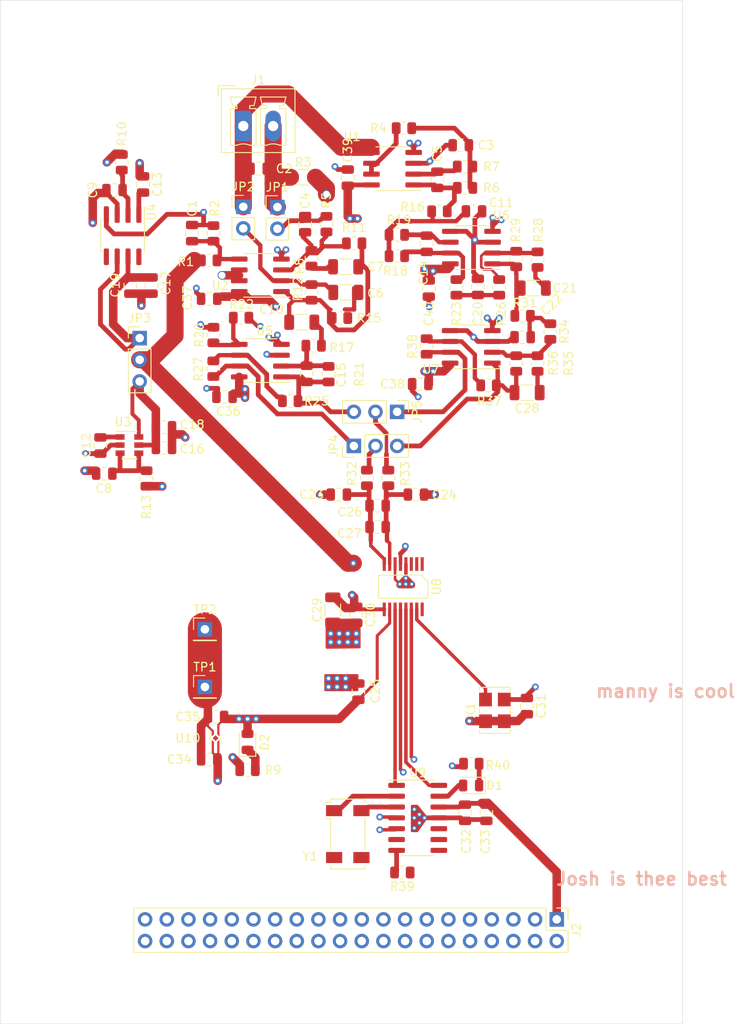
<source format=kicad_pcb>
(kicad_pcb (version 20171130) (host pcbnew "(5.1.8)-1")
  (layers (0 F.Cu signal) (1 In1.Cu signal hide) (2 In2.Cu signal) (31 B.Cu signal) (34 B.Paste user) (35 F.Paste user hide) (36 B.SilkS user) (37 F.SilkS user) (38 B.Mask user) (39 F.Mask user hide) (44 Edge.Cuts user))
  (net 0 "")
  (net 1 "Net-(C1-Pad2)")
  (net 2 GND)
  (net 3 "Net-(C3-Pad2)")
  (net 4 "Net-(C4-Pad1)")
  (net 5 "Net-(C5-Pad2)")
  (net 6 1.5v)
  (net 7 "Net-(C6-Pad2)")
  (net 8 "Net-(C6-Pad1)")
  (net 9 "Net-(C7-Pad1)")
  (net 10 "Net-(C8-Pad2)")
  (net 11 "Net-(C9-Pad2)")
  (net 12 "Net-(C10-Pad2)")
  (net 13 "Net-(C11-Pad2)")
  (net 14 "Net-(C12-Pad2)")
  (net 15 "Net-(C13-Pad2)")
  (net 16 "Net-(C14-Pad2)")
  (net 17 "Net-(C15-Pad1)")
  (net 18 "Net-(C16-Pad1)")
  (net 19 "Net-(C17-Pad1)")
  (net 20 "Net-(C20-Pad2)")
  (net 21 "Net-(C21-Pad2)")
  (net 22 "Net-(C21-Pad1)")
  (net 23 "Net-(C22-Pad2)")
  (net 24 "Net-(C23-Pad1)")
  (net 25 "Net-(C24-Pad2)")
  (net 26 +3V3)
  (net 27 "Net-(C28-Pad1)")
  (net 28 "Net-(D1-Pad2)")
  (net 29 "Net-(D1-Pad1)")
  (net 30 "Net-(J2-Pad40)")
  (net 31 "Net-(J2-Pad38)")
  (net 32 "Net-(J2-Pad37)")
  (net 33 "Net-(J2-Pad36)")
  (net 34 "Net-(J2-Pad35)")
  (net 35 "Net-(J2-Pad33)")
  (net 36 "Net-(J2-Pad32)")
  (net 37 "Net-(J2-Pad31)")
  (net 38 "Net-(J2-Pad29)")
  (net 39 "Net-(J2-Pad28)")
  (net 40 "Net-(J2-Pad27)")
  (net 41 "Net-(J2-Pad26)")
  (net 42 "Net-(J2-Pad24)")
  (net 43 "Net-(J2-Pad23)")
  (net 44 "Net-(J2-Pad22)")
  (net 45 "Net-(J2-Pad21)")
  (net 46 "Net-(J2-Pad19)")
  (net 47 "Net-(J2-Pad18)")
  (net 48 "Net-(J2-Pad17)")
  (net 49 "Net-(J2-Pad16)")
  (net 50 "Net-(J2-Pad15)")
  (net 51 "Net-(J2-Pad13)")
  (net 52 "Net-(J2-Pad12)")
  (net 53 "Net-(J2-Pad11)")
  (net 54 TxD)
  (net 55 RxD)
  (net 56 "Net-(J2-Pad7)")
  (net 57 "Net-(J2-Pad5)")
  (net 58 "Net-(J2-Pad4)")
  (net 59 "Net-(J2-Pad3)")
  (net 60 RefP)
  (net 61 "Net-(JP4-Pad2)")
  (net 62 OUTa+)
  (net 63 OUTa-)
  (net 64 "Net-(JP5-Pad2)")
  (net 65 +5V)
  (net 66 "Net-(R25-Pad1)")
  (net 67 "Net-(R34-Pad2)")
  (net 68 SWCLK)
  (net 69 CS)
  (net 70 MOSI)
  (net 71 MISO)
  (net 72 "Net-(U8-Pad3)")
  (net 73 SCK)
  (net 74 "Net-(U8-Pad2)")
  (net 75 "Net-(U8-Pad15)")
  (net 76 "Net-(U8-Pad1)")
  (net 77 "Net-(U8-Pad16)")
  (net 78 SWDIO)
  (net 79 ~RST)
  (net 80 OUTb+)
  (net 81 OUTb-)
  (net 82 "Net-(U9-Pad3)")
  (net 83 "Net-(U9-Pad2)")
  (net 84 G+)
  (net 85 G-)
  (net 86 "Net-(C4-Pad2)")
  (net 87 "Net-(C5-Pad1)")
  (net 88 "Net-(C10-Pad1)")
  (net 89 "Net-(C14-Pad1)")
  (net 90 "Net-(R4-Pad2)")
  (net 91 "Net-(R20-Pad1)")
  (net 92 "Net-(R26-Pad2)")
  (net 93 "Net-(R37-Pad1)")
  (net 94 "Net-(U4-Pad8)")
  (net 95 "Net-(U4-Pad5)")
  (net 96 VDD)
  (net 97 "Net-(U10-Pad5)")
  (net 98 "Net-(D2-Pad1)")
  (module Resistor_SMD:R_0805_2012Metric (layer F.Cu) (at 129 140.25)
    (fp_text reference R9 (at 3 0) (layer F.SilkS))
    (fp_text value 100)
    (pad 2 smd roundrect (at 0.9125 0) (size 1.025 1.4) (layers F.Cu F.Paste F.Mask) (roundrect_rratio 0.243902) (net 98 "Net-(D2-Pad1)"))
    (pad 1 smd roundrect (at -0.9125 0) (size 1.025 1.4) (layers F.Cu F.Paste F.Mask) (roundrect_rratio 0.243902) (net 2 GND))
  )
  (module LED_SMD:LED_0805_2012Metric (layer F.Cu) (at 129 136.9375 90)
    (fp_text reference D2 (at -0.0625 2 90) (layer F.SilkS))
    (fp_text value LED)
    (pad 2 smd roundrect (at 0.9375 0 90) (size 0.975 1.4) (layers F.Cu F.Paste F.Mask) (net 26 +3V3))
    (pad 1 smd roundrect (at -0.9375 0 90) (size 0.975 1.4) (layers F.Cu F.Paste F.Mask) (net 98 "Net-(D2-Pad1)"))
  )
  (module Resistor_SMD:R_0805_2012Metric (layer F.Cu) (at 146.5 80)
    (fp_text reference R18 (at -0.1625 1.75 180) (layer F.SilkS))
    (fp_text value 3.9k)
    (pad 2 smd roundrect (at 0.9125 0) (size 1.025 1.4) (layers F.Cu F.Paste F.Mask) (roundrect_rratio 0.243902) (net 16 "Net-(C14-Pad2)"))
    (pad 1 smd roundrect (at -0.9125 0) (size 1.025 1.4) (layers F.Cu F.Paste F.Mask) (roundrect_rratio 0.243902) (net 13 "Net-(C11-Pad2)"))
  )
  (module Connector_PinHeader_2.54mm:PinHeader_1x01_P2.54mm_Vertical (layer F.Cu) (at 124 123.75)
    (fp_text reference TP2 (at 0 -2.33) (layer F.SilkS))
    (fp_text value TestPoint)
    (pad 1 thru_hole rect (at 0 0) (size 1.7 1.7) (drill 1) (layers *.Cu *.Mask) (net 2 GND))
  )
  (module Connector_PinHeader_2.54mm:PinHeader_1x01_P2.54mm_Vertical (layer F.Cu) (at 124 130.5)
    (fp_text reference TP1 (at 0 -2.33) (layer F.SilkS))
    (fp_text value TestPoint)
    (pad 1 thru_hole rect (at 0 0) (size 1.7 1.7) (drill 1) (layers *.Cu *.Mask) (net 2 GND))
  )
  (module seismobot-hardware:DFN-1010-4 (layer F.Cu) (at 125.25 136.5 270)
    (fp_text reference U10 (at 0 3.25 180) (layer F.SilkS))
    (fp_text value AP7340)
    (pad 4 smd custom (at 0.54 -0.325 270) (size 0.22 0.25) (layers F.Cu F.Paste F.Mask) (net 65 +5V) (options (clearance outline) (anchor rect)) (primitives (gr_poly (pts (xy -0.11 -0.125) (xy -0.29 -0.125) (xy -0.29 -0.055) (xy -0.11 0.125)) (width 0))))
    (pad 3 smd custom (at 0.54 0.325 270) (size 0.22 0.25) (layers F.Cu F.Paste F.Mask) (net 65 +5V) (options (clearance outline) (anchor rect)) (primitives (gr_poly (pts (xy -0.11 0.125) (xy -0.29 0.125) (xy -0.29 0.055) (xy -0.11 -0.125)) (width 0))))
    (pad 1 smd custom (at -0.54 -0.325 270) (size 0.22 0.25) (layers F.Cu F.Paste F.Mask) (net 26 +3V3) (options (clearance outline) (anchor rect)) (primitives (gr_poly (pts (xy 0.11 -0.125) (xy 0.36 -0.125) (xy 0.11 0.125)) (width 0))))
    (pad 5 smd rect (at 0 0 315) (size 0.48 0.48) (layers F.Cu F.Paste F.Mask) (net 97 "Net-(U10-Pad5)"))
    (pad 2 smd custom (at -0.54 0.325 270) (size 0.22 0.25) (layers F.Cu F.Paste F.Mask) (net 2 GND) (options (clearance outline) (anchor rect)) (primitives (gr_poly (pts (xy 0.11 0.125) (xy 0.29 0.125) (xy 0.29 0.055) (xy 0.11 -0.125)) (width 0))))
  )
  (module Capacitor_SMD:C_0805_2012Metric (layer F.Cu) (at 161.75 132.75 270)
    (fp_text reference C31 (at 0 -1.68 90) (layer F.SilkS))
    (fp_text value 0.1u)
    (pad 2 smd roundrect (at 0.95 0 270) (size 1 1.45) (layers F.Cu F.Paste F.Mask) (net 26 +3V3))
    (pad 1 smd roundrect (at -0.95 0 270) (size 1 1.45) (layers F.Cu F.Paste F.Mask) (net 2 GND))
  )
  (module Oscillator:Oscillator_SMD_SeikoEpson_SG8002LB-4Pin_5.0x3.2mm (layer F.Cu) (at 158 133.25 90)
    (fp_text reference X1 (at 0 -2.85 90) (layer F.SilkS))
    (fp_text value SG-5032CAN)
    (pad 4 smd rect (at -1.27 -1.1 90) (size 1.6 1.5) (layers F.Cu F.Paste F.Mask) (net 26 +3V3))
    (pad 3 smd rect (at 1.27 -1.1 90) (size 1.6 1.5) (layers F.Cu F.Paste F.Mask) (net 75 "Net-(U8-Pad15)"))
    (pad 2 smd rect (at 1.27 1.1 90) (size 1.6 1.5) (layers F.Cu F.Paste F.Mask) (net 2 GND))
    (pad 1 smd rect (at -1.27 1.1 90) (size 1.6 1.5) (layers F.Cu F.Paste F.Mask) (net 26 +3V3))
  )
  (module Package_TO_SOT_SMD:SOT-23-6 (layer F.Cu) (at 115.15 102.15)
    (fp_text reference U3 (at -0.75 -2.7) (layer F.SilkS))
    (fp_text value ref-6)
    (pad 5 smd rect (at 1.1 0) (size 1.06 0.65) (layers F.Cu F.Paste F.Mask) (net 18 "Net-(C16-Pad1)"))
    (pad 6 smd rect (at 1.1 -0.95) (size 1.06 0.65) (layers F.Cu F.Paste F.Mask) (net 18 "Net-(C16-Pad1)"))
    (pad 4 smd rect (at 1.1 0.95) (size 1.06 0.65) (layers F.Cu F.Paste F.Mask) (net 10 "Net-(C8-Pad2)"))
    (pad 3 smd rect (at -1.1 0.95) (size 1.06 0.65) (layers F.Cu F.Paste F.Mask) (net 10 "Net-(C8-Pad2)"))
    (pad 2 smd rect (at -1.1 0) (size 1.06 0.65) (layers F.Cu F.Paste F.Mask) (net 2 GND))
    (pad 1 smd rect (at -1.1 -0.95) (size 1.06 0.65) (layers F.Cu F.Paste F.Mask) (net 14 "Net-(C12-Pad2)"))
  )
  (module Capacitor_SMD:C_0805_2012Metric (layer F.Cu) (at 113.4 72.25)
    (fp_text reference C9 (at -2.55 0 270) (layer F.SilkS))
    (fp_text value 0.1u)
    (pad 2 smd roundrect (at 0.95 0) (size 1 1.45) (layers F.Cu F.Paste F.Mask) (net 11 "Net-(C9-Pad2)"))
    (pad 1 smd roundrect (at -0.95 0) (size 1 1.45) (layers F.Cu F.Paste F.Mask) (net 2 GND))
  )
  (module Capacitor_SMD:C_0805_2012Metric (layer F.Cu) (at 112.2 105.5)
    (fp_text reference C8 (at -0.05 1.75) (layer F.SilkS))
    (fp_text value 0.1u)
    (pad 2 smd roundrect (at 0.95 0) (size 1 1.45) (layers F.Cu F.Paste F.Mask) (net 10 "Net-(C8-Pad2)"))
    (pad 1 smd roundrect (at -0.95 0) (size 1 1.45) (layers F.Cu F.Paste F.Mask) (net 2 GND))
  )
  (module Package_SO:SOIC-8_3.9x4.9mm_P1.27mm (layer F.Cu) (at 114.35 77.6 270)
    (fp_text reference U4 (at -2.75 -3.4 90) (layer F.SilkS))
    (fp_text value ref-8)
    (pad 8 smd roundrect (at 2.475 -1.905 270) (size 1.95 0.6) (layers F.Cu F.Paste F.Mask) (net 94 "Net-(U4-Pad8)"))
    (pad 7 smd roundrect (at 2.475 -0.635 270) (size 1.95 0.6) (layers F.Cu F.Paste F.Mask) (net 19 "Net-(C17-Pad1)"))
    (pad 6 smd roundrect (at 2.475 0.635 270) (size 1.95 0.6) (layers F.Cu F.Paste F.Mask) (net 19 "Net-(C17-Pad1)"))
    (pad 5 smd roundrect (at 2.475 1.905 270) (size 1.95 0.6) (layers F.Cu F.Paste F.Mask) (net 95 "Net-(U4-Pad5)"))
    (pad 4 smd roundrect (at -2.475 1.905 270) (size 1.95 0.6) (layers F.Cu F.Paste F.Mask) (net 2 GND))
    (pad 3 smd roundrect (at -2.475 0.635 270) (size 1.95 0.6) (layers F.Cu F.Paste F.Mask) (net 2 GND))
    (pad 2 smd roundrect (at -2.475 -0.635 270) (size 1.95 0.6) (layers F.Cu F.Paste F.Mask) (net 11 "Net-(C9-Pad2)"))
    (pad 1 smd roundrect (at -2.475 -1.905 270) (size 1.95 0.6) (layers F.Cu F.Paste F.Mask) (net 15 "Net-(C13-Pad2)"))
  )
  (module Capacitor_SMD:C_0805_2012Metric (layer F.Cu) (at 111.75 102.2 90)
    (fp_text reference C12 (at 0 -1.68 90) (layer F.SilkS))
    (fp_text value 0.1u)
    (pad 2 smd roundrect (at 0.95 0 90) (size 1 1.45) (layers F.Cu F.Paste F.Mask) (net 14 "Net-(C12-Pad2)"))
    (pad 1 smd roundrect (at -0.95 0 90) (size 1 1.45) (layers F.Cu F.Paste F.Mask) (net 2 GND))
  )
  (module Connector_PinHeader_2.54mm:PinHeader_1x03_P2.54mm_Vertical (layer F.Cu) (at 116.35 89.61)
    (fp_text reference JP3 (at 0 -2.33) (layer F.SilkS))
    (fp_text value Jumper_NC_Dual)
    (pad 3 thru_hole oval (at 0 5.08) (size 1.7 1.7) (drill 1) (layers *.Cu *.Mask) (net 18 "Net-(C16-Pad1)"))
    (pad 2 thru_hole oval (at 0 2.54) (size 1.7 1.7) (drill 1) (layers *.Cu *.Mask) (net 60 RefP))
    (pad 1 thru_hole rect (at 0 0) (size 1.7 1.7) (drill 1) (layers *.Cu *.Mask) (net 19 "Net-(C17-Pad1)"))
  )
  (module Capacitor_SMD:C_0805_2012Metric (layer F.Cu) (at 119.2 100.05)
    (fp_text reference C18 (at 3.3 -0.3) (layer F.SilkS))
    (fp_text value 1u)
    (pad 2 smd roundrect (at 0.95 0) (size 1 1.45) (layers F.Cu F.Paste F.Mask) (net 2 GND))
    (pad 1 smd roundrect (at -0.95 0) (size 1 1.45) (layers F.Cu F.Paste F.Mask) (net 18 "Net-(C16-Pad1)"))
  )
  (module Resistor_SMD:R_0805_2012Metric (layer F.Cu) (at 117.15 106.0625 90)
    (fp_text reference R13 (at -3.3375 0 90) (layer F.SilkS))
    (fp_text value 0)
    (pad 2 smd roundrect (at 0.9125 0 90) (size 1.025 1.4) (layers F.Cu F.Paste F.Mask) (roundrect_rratio 0.243902) (net 10 "Net-(C8-Pad2)"))
    (pad 1 smd roundrect (at -0.9125 0 90) (size 1.025 1.4) (layers F.Cu F.Paste F.Mask) (roundrect_rratio 0.243902) (net 26 +3V3))
  )
  (module Capacitor_SMD:C_0805_2012Metric (layer F.Cu) (at 115.25 83.45 270)
    (fp_text reference C19 (at -0.05 1.75 90) (layer F.SilkS))
    (fp_text value 1u)
    (pad 2 smd roundrect (at 0.95 0 270) (size 1 1.45) (layers F.Cu F.Paste F.Mask) (net 2 GND))
    (pad 1 smd roundrect (at -0.95 0 270) (size 1 1.45) (layers F.Cu F.Paste F.Mask) (net 19 "Net-(C17-Pad1)"))
  )
  (module Capacitor_SMD:C_0805_2012Metric (layer F.Cu) (at 119.2 102.5)
    (fp_text reference C16 (at 3.3 0.1 180) (layer F.SilkS))
    (fp_text value 0.1u)
    (pad 2 smd roundrect (at 0.95 0) (size 1 1.45) (layers F.Cu F.Paste F.Mask) (net 2 GND))
    (pad 1 smd roundrect (at -0.95 0) (size 1 1.45) (layers F.Cu F.Paste F.Mask) (net 18 "Net-(C16-Pad1)"))
  )
  (module Capacitor_SMD:C_0805_2012Metric (layer F.Cu) (at 117.75 83.45 270)
    (fp_text reference C17 (at -0.3 -1.68 90) (layer F.SilkS))
    (fp_text value 0.1u)
    (pad 2 smd roundrect (at 0.95 0 270) (size 1 1.45) (layers F.Cu F.Paste F.Mask) (net 2 GND))
    (pad 1 smd roundrect (at -0.95 0 270) (size 1 1.45) (layers F.Cu F.Paste F.Mask) (net 19 "Net-(C17-Pad1)"))
  )
  (module Resistor_SMD:R_0805_2012Metric (layer F.Cu) (at 114.25 69 270)
    (fp_text reference R10 (at -3.3375 0 90) (layer F.SilkS))
    (fp_text value 0)
    (pad 2 smd roundrect (at 0.9125 0 270) (size 1.025 1.4) (layers F.Cu F.Paste F.Mask) (roundrect_rratio 0.243902) (net 11 "Net-(C9-Pad2)"))
    (pad 1 smd roundrect (at -0.9125 0 270) (size 1.025 1.4) (layers F.Cu F.Paste F.Mask) (roundrect_rratio 0.243902) (net 26 +3V3))
  )
  (module Capacitor_SMD:C_0805_2012Metric (layer F.Cu) (at 116.75 71.6 270)
    (fp_text reference C13 (at 0 -1.68 90) (layer F.SilkS))
    (fp_text value 0.1u)
    (pad 2 smd roundrect (at 0.95 0 270) (size 1 1.45) (layers F.Cu F.Paste F.Mask) (net 15 "Net-(C13-Pad2)"))
    (pad 1 smd roundrect (at -0.95 0 270) (size 1 1.45) (layers F.Cu F.Paste F.Mask) (net 2 GND))
  )
  (module Capacitor_SMD:C_0805_2012Metric (layer F.Cu) (at 150.25 83.8 270)
    (fp_text reference C40 (at 2.95 0 270) (layer F.SilkS))
    (fp_text value 1u)
    (pad 2 smd roundrect (at 0.95 0 270) (size 1 1.45) (layers F.Cu F.Paste F.Mask) (net 2 GND))
    (pad 1 smd roundrect (at -0.95 0 270) (size 1 1.45) (layers F.Cu F.Paste F.Mask) (net 26 +3V3))
  )
  (module Capacitor_SMD:C_0805_2012Metric (layer F.Cu) (at 140.75 70.8 90)
    (fp_text reference C39 (at 3.2 0 90) (layer F.SilkS))
    (fp_text value 1u)
    (pad 2 smd roundrect (at 0.95 0 90) (size 1 1.45) (layers F.Cu F.Paste F.Mask) (net 2 GND))
    (pad 1 smd roundrect (at -0.95 0 90) (size 1 1.45) (layers F.Cu F.Paste F.Mask) (net 26 +3V3))
  )
  (module Capacitor_SMD:C_0805_2012Metric (layer F.Cu) (at 149.25 95 180)
    (fp_text reference C38 (at 3.25 0) (layer F.SilkS))
    (fp_text value 1u)
    (pad 2 smd roundrect (at 0.95 0 180) (size 1 1.45) (layers F.Cu F.Paste F.Mask) (net 2 GND))
    (pad 1 smd roundrect (at -0.95 0 180) (size 1 1.45) (layers F.Cu F.Paste F.Mask) (net 26 +3V3))
  )
  (module Capacitor_SMD:C_0805_2012Metric (layer F.Cu) (at 124.5 85 180)
    (fp_text reference C37 (at 2.55 0.1 90) (layer F.SilkS))
    (fp_text value 1u)
    (pad 2 smd roundrect (at 0.95 0 180) (size 1 1.45) (layers F.Cu F.Paste F.Mask) (net 2 GND))
    (pad 1 smd roundrect (at -0.95 0 180) (size 1 1.45) (layers F.Cu F.Paste F.Mask) (net 26 +3V3))
  )
  (module Capacitor_SMD:C_0805_2012Metric (layer F.Cu) (at 126.3 96.5 180)
    (fp_text reference C36 (at -0.45 -1.7) (layer F.SilkS))
    (fp_text value 1u)
    (pad 2 smd roundrect (at 0.95 0 180) (size 1 1.45) (layers F.Cu F.Paste F.Mask) (net 2 GND))
    (pad 1 smd roundrect (at -0.95 0 180) (size 1 1.45) (layers F.Cu F.Paste F.Mask) (net 26 +3V3))
  )
  (module Capacitor_SMD:C_0805_2012Metric (layer F.Cu) (at 125.3 134 180)
    (fp_text reference C35 (at 3.3 0) (layer F.SilkS))
    (fp_text value 0.47u)
    (pad 1 smd roundrect (at -0.95 0 180) (size 1 1.45) (layers F.Cu F.Paste F.Mask) (net 26 +3V3))
    (pad 2 smd roundrect (at 0.95 0 180) (size 1 1.45) (layers F.Cu F.Paste F.Mask) (net 2 GND))
  )
  (module Capacitor_SMD:C_0805_2012Metric (layer F.Cu) (at 124.5 139 180)
    (fp_text reference C34 (at 3.5 0) (layer F.SilkS))
    (fp_text value 0.47u)
    (pad 1 smd roundrect (at -0.95 0 180) (size 1 1.45) (layers F.Cu F.Paste F.Mask) (net 65 +5V))
    (pad 2 smd roundrect (at 0.95 0 180) (size 1 1.45) (layers F.Cu F.Paste F.Mask) (net 2 GND))
  )
  (module Connector_PinHeader_2.54mm:PinHeader_1x03_P2.54mm_Vertical (layer F.Cu) (at 146.54 98.25 270)
    (fp_text reference JP5 (at 0 -2.33 90) (layer F.SilkS))
    (fp_text value Jumper_NC_Dual)
    (pad 3 thru_hole oval (at 0 5.08 270) (size 1.7 1.7) (drill 1) (layers *.Cu *.Mask) (net 63 OUTa-))
    (pad 2 thru_hole oval (at 0 2.54 270) (size 1.7 1.7) (drill 1) (layers *.Cu *.Mask) (net 64 "Net-(JP5-Pad2)"))
    (pad 1 thru_hole rect (at 0 0 270) (size 1.7 1.7) (drill 1) (layers *.Cu *.Mask) (net 81 OUTb-))
  )
  (module Connector_PinHeader_2.54mm:PinHeader_2x20_P2.54mm_Vertical (layer F.Cu) (at 165.25 157.75 270)
    (fp_text reference J2 (at 1.27 -2.33 90) (layer F.SilkS))
    (fp_text value Raspberry_Pi_2_3)
    (pad 40 thru_hole oval (at 2.54 48.26 270) (size 1.7 1.7) (drill 1) (layers *.Cu *.Mask) (net 30 "Net-(J2-Pad40)"))
    (pad 39 thru_hole oval (at 0 48.26 270) (size 1.7 1.7) (drill 1) (layers *.Cu *.Mask) (net 2 GND))
    (pad 38 thru_hole oval (at 2.54 45.72 270) (size 1.7 1.7) (drill 1) (layers *.Cu *.Mask) (net 31 "Net-(J2-Pad38)"))
    (pad 37 thru_hole oval (at 0 45.72 270) (size 1.7 1.7) (drill 1) (layers *.Cu *.Mask) (net 32 "Net-(J2-Pad37)"))
    (pad 36 thru_hole oval (at 2.54 43.18 270) (size 1.7 1.7) (drill 1) (layers *.Cu *.Mask) (net 33 "Net-(J2-Pad36)"))
    (pad 35 thru_hole oval (at 0 43.18 270) (size 1.7 1.7) (drill 1) (layers *.Cu *.Mask) (net 34 "Net-(J2-Pad35)"))
    (pad 34 thru_hole oval (at 2.54 40.64 270) (size 1.7 1.7) (drill 1) (layers *.Cu *.Mask) (net 2 GND))
    (pad 33 thru_hole oval (at 0 40.64 270) (size 1.7 1.7) (drill 1) (layers *.Cu *.Mask) (net 35 "Net-(J2-Pad33)"))
    (pad 32 thru_hole oval (at 2.54 38.1 270) (size 1.7 1.7) (drill 1) (layers *.Cu *.Mask) (net 36 "Net-(J2-Pad32)"))
    (pad 31 thru_hole oval (at 0 38.1 270) (size 1.7 1.7) (drill 1) (layers *.Cu *.Mask) (net 37 "Net-(J2-Pad31)"))
    (pad 30 thru_hole oval (at 2.54 35.56 270) (size 1.7 1.7) (drill 1) (layers *.Cu *.Mask) (net 2 GND))
    (pad 29 thru_hole oval (at 0 35.56 270) (size 1.7 1.7) (drill 1) (layers *.Cu *.Mask) (net 38 "Net-(J2-Pad29)"))
    (pad 28 thru_hole oval (at 2.54 33.02 270) (size 1.7 1.7) (drill 1) (layers *.Cu *.Mask) (net 39 "Net-(J2-Pad28)"))
    (pad 27 thru_hole oval (at 0 33.02 270) (size 1.7 1.7) (drill 1) (layers *.Cu *.Mask) (net 40 "Net-(J2-Pad27)"))
    (pad 26 thru_hole oval (at 2.54 30.48 270) (size 1.7 1.7) (drill 1) (layers *.Cu *.Mask) (net 41 "Net-(J2-Pad26)"))
    (pad 25 thru_hole oval (at 0 30.48 270) (size 1.7 1.7) (drill 1) (layers *.Cu *.Mask) (net 2 GND))
    (pad 24 thru_hole oval (at 2.54 27.94 270) (size 1.7 1.7) (drill 1) (layers *.Cu *.Mask) (net 42 "Net-(J2-Pad24)"))
    (pad 23 thru_hole oval (at 0 27.94 270) (size 1.7 1.7) (drill 1) (layers *.Cu *.Mask) (net 43 "Net-(J2-Pad23)"))
    (pad 22 thru_hole oval (at 2.54 25.4 270) (size 1.7 1.7) (drill 1) (layers *.Cu *.Mask) (net 44 "Net-(J2-Pad22)"))
    (pad 21 thru_hole oval (at 0 25.4 270) (size 1.7 1.7) (drill 1) (layers *.Cu *.Mask) (net 45 "Net-(J2-Pad21)"))
    (pad 20 thru_hole oval (at 2.54 22.86 270) (size 1.7 1.7) (drill 1) (layers *.Cu *.Mask) (net 2 GND))
    (pad 19 thru_hole oval (at 0 22.86 270) (size 1.7 1.7) (drill 1) (layers *.Cu *.Mask) (net 46 "Net-(J2-Pad19)"))
    (pad 18 thru_hole oval (at 2.54 20.32 270) (size 1.7 1.7) (drill 1) (layers *.Cu *.Mask) (net 47 "Net-(J2-Pad18)"))
    (pad 17 thru_hole oval (at 0 20.32 270) (size 1.7 1.7) (drill 1) (layers *.Cu *.Mask) (net 48 "Net-(J2-Pad17)"))
    (pad 16 thru_hole oval (at 2.54 17.78 270) (size 1.7 1.7) (drill 1) (layers *.Cu *.Mask) (net 49 "Net-(J2-Pad16)"))
    (pad 15 thru_hole oval (at 0 17.78 270) (size 1.7 1.7) (drill 1) (layers *.Cu *.Mask) (net 50 "Net-(J2-Pad15)"))
    (pad 14 thru_hole oval (at 2.54 15.24 270) (size 1.7 1.7) (drill 1) (layers *.Cu *.Mask) (net 2 GND))
    (pad 13 thru_hole oval (at 0 15.24 270) (size 1.7 1.7) (drill 1) (layers *.Cu *.Mask) (net 51 "Net-(J2-Pad13)"))
    (pad 12 thru_hole oval (at 2.54 12.7 270) (size 1.7 1.7) (drill 1) (layers *.Cu *.Mask) (net 52 "Net-(J2-Pad12)"))
    (pad 11 thru_hole oval (at 0 12.7 270) (size 1.7 1.7) (drill 1) (layers *.Cu *.Mask) (net 53 "Net-(J2-Pad11)"))
    (pad 10 thru_hole oval (at 2.54 10.16 270) (size 1.7 1.7) (drill 1) (layers *.Cu *.Mask) (net 54 TxD))
    (pad 9 thru_hole oval (at 0 10.16 270) (size 1.7 1.7) (drill 1) (layers *.Cu *.Mask) (net 2 GND))
    (pad 8 thru_hole oval (at 2.54 7.62 270) (size 1.7 1.7) (drill 1) (layers *.Cu *.Mask) (net 55 RxD))
    (pad 7 thru_hole oval (at 0 7.62 270) (size 1.7 1.7) (drill 1) (layers *.Cu *.Mask) (net 56 "Net-(J2-Pad7)"))
    (pad 6 thru_hole oval (at 2.54 5.08 270) (size 1.7 1.7) (drill 1) (layers *.Cu *.Mask) (net 2 GND))
    (pad 5 thru_hole oval (at 0 5.08 270) (size 1.7 1.7) (drill 1) (layers *.Cu *.Mask) (net 57 "Net-(J2-Pad5)"))
    (pad 4 thru_hole oval (at 2.54 2.54 270) (size 1.7 1.7) (drill 1) (layers *.Cu *.Mask) (net 58 "Net-(J2-Pad4)"))
    (pad 3 thru_hole oval (at 0 2.54 270) (size 1.7 1.7) (drill 1) (layers *.Cu *.Mask) (net 59 "Net-(J2-Pad3)"))
    (pad 2 thru_hole oval (at 2.54 0 270) (size 1.7 1.7) (drill 1) (layers *.Cu *.Mask) (net 65 +5V))
    (pad 1 thru_hole rect (at 0 0 270) (size 1.7 1.7) (drill 1) (layers *.Cu *.Mask) (net 96 VDD))
  )
  (module Connector_Phoenix_MC:PhoenixContact_MCV_1,5_2-G-3.5_1x02_P3.50mm_Vertical (layer F.Cu) (at 128.5 64.75)
    (fp_text reference J1 (at 1.75 -5.45) (layer F.SilkS))
    (fp_text value Screw_Terminal_01x02)
    (pad 2 thru_hole oval (at 3.5 0) (size 1.8 3.6) (drill 1.2) (layers *.Cu *.Mask) (net 84 G+))
    (pad 1 thru_hole roundrect (at 0 0) (size 1.8 3.6) (drill 1.2) (layers *.Cu *.Mask) (roundrect_rratio 0.138889) (net 85 G-))
  )
  (module Connector_PinHeader_2.54mm:PinHeader_1x03_P2.54mm_Vertical (layer F.Cu) (at 141.46 102.25 90)
    (fp_text reference JP4 (at 0 -2.33 90) (layer F.SilkS))
    (fp_text value Jumper_NC_Dual)
    (pad 3 thru_hole oval (at 0 5.08 90) (size 1.7 1.7) (drill 1) (layers *.Cu *.Mask) (net 80 OUTb+))
    (pad 2 thru_hole oval (at 0 2.54 90) (size 1.7 1.7) (drill 1) (layers *.Cu *.Mask) (net 61 "Net-(JP4-Pad2)"))
    (pad 1 thru_hole rect (at 0 0 90) (size 1.7 1.7) (drill 1) (layers *.Cu *.Mask) (net 62 OUTa+))
  )
  (module Connector_PinHeader_2.54mm:PinHeader_1x02_P2.54mm_Vertical (layer F.Cu) (at 132.5 74.25)
    (fp_text reference JP1 (at 0 -2.33) (layer F.SilkS))
    (fp_text value Jumper_2_Open)
    (pad 2 thru_hole oval (at 0 2.54) (size 1.7 1.7) (drill 1) (layers *.Cu *.Mask) (net 4 "Net-(C4-Pad1)"))
    (pad 1 thru_hole rect (at 0 0) (size 1.7 1.7) (drill 1) (layers *.Cu *.Mask) (net 84 G+))
  )
  (module Connector_PinHeader_2.54mm:PinHeader_1x02_P2.54mm_Vertical (layer F.Cu) (at 128.5 74.21)
    (fp_text reference JP2 (at 0 -2.33) (layer F.SilkS))
    (fp_text value Jumper_2_Open)
    (pad 2 thru_hole oval (at 0 2.54) (size 1.7 1.7) (drill 1) (layers *.Cu *.Mask) (net 7 "Net-(C6-Pad2)"))
    (pad 1 thru_hole rect (at 0 0) (size 1.7 1.7) (drill 1) (layers *.Cu *.Mask) (net 85 G-))
  )
  (module Capacitor_SMD:C_0805_2012Metric (layer F.Cu) (at 130.3 69.75)
    (fp_text reference C2 (at 3 0) (layer F.SilkS))
    (fp_text value 1n)
    (pad 2 smd roundrect (at 0.95 0) (size 1 1.45) (layers F.Cu F.Paste F.Mask) (net 84 G+))
    (pad 1 smd roundrect (at -0.95 0) (size 1 1.45) (layers F.Cu F.Paste F.Mask) (net 85 G-))
  )
  (module Package_SO:SOIC-8_3.9x4.9mm_P1.27mm (layer F.Cu) (at 130.5 92.25 180)
    (fp_text reference U5 (at -0.5 3.5) (layer F.SilkS))
    (fp_text value LTC6011)
    (pad 8 smd roundrect (at 2.475 -1.905 180) (size 1.95 0.6) (layers F.Cu F.Paste F.Mask) (net 26 +3V3))
    (pad 7 smd roundrect (at 2.475 -0.635 180) (size 1.95 0.6) (layers F.Cu F.Paste F.Mask) (net 62 OUTa+))
    (pad 6 smd roundrect (at 2.475 0.635 180) (size 1.95 0.6) (layers F.Cu F.Paste F.Mask) (net 66 "Net-(R25-Pad1)"))
    (pad 5 smd roundrect (at 2.475 1.905 180) (size 1.95 0.6) (layers F.Cu F.Paste F.Mask) (net 91 "Net-(R20-Pad1)"))
    (pad 4 smd roundrect (at -2.475 1.905 180) (size 1.95 0.6) (layers F.Cu F.Paste F.Mask) (net 2 GND))
    (pad 3 smd roundrect (at -2.475 0.635 180) (size 1.95 0.6) (layers F.Cu F.Paste F.Mask) (net 6 1.5v))
    (pad 2 smd roundrect (at -2.475 -0.635 180) (size 1.95 0.6) (layers F.Cu F.Paste F.Mask) (net 17 "Net-(C15-Pad1)"))
    (pad 1 smd roundrect (at -2.475 -1.905 180) (size 1.95 0.6) (layers F.Cu F.Paste F.Mask) (net 63 OUTa-))
  )
  (module seismobot-hardware:Crystal_SMD_Suntsu_SWS83412D16-4Pin_8.0x3.8mm (layer F.Cu) (at 140.75 147.75)
    (fp_text reference Y1 (at -4.4 2.6 180) (layer F.SilkS))
    (fp_text value Crystal)
    (pad 1 smd rect (at -1.6 -2.75 270) (size 1.3 1.9) (layers F.Cu F.Paste F.Mask) (net 83 "Net-(U9-Pad2)"))
    (pad 2 smd rect (at -1.6 2.75 270) (size 1.3 1.9) (layers F.Cu F.Paste F.Mask))
    (pad 3 smd rect (at 1.6 2.75 270) (size 1.3 1.9) (layers F.Cu F.Paste F.Mask))
    (pad 4 smd rect (at 1.6 -2.75 270) (size 1.3 1.9) (layers F.Cu F.Paste F.Mask) (net 82 "Net-(U9-Pad3)"))
  )
  (module Package_SO:SOIC-8_3.9x4.9mm_P1.27mm (layer F.Cu) (at 155.25 79 180)
    (fp_text reference U6 (at -3.5 3.75) (layer F.SilkS))
    (fp_text value OPA2156xD)
    (pad 8 smd roundrect (at 2.475 -1.905 180) (size 1.95 0.6) (layers F.Cu F.Paste F.Mask) (net 26 +3V3))
    (pad 7 smd roundrect (at 2.475 -0.635 180) (size 1.95 0.6) (layers F.Cu F.Paste F.Mask) (net 16 "Net-(C14-Pad2)"))
    (pad 6 smd roundrect (at 2.475 0.635 180) (size 1.95 0.6) (layers F.Cu F.Paste F.Mask) (net 89 "Net-(C14-Pad1)"))
    (pad 5 smd roundrect (at 2.475 1.905 180) (size 1.95 0.6) (layers F.Cu F.Paste F.Mask) (net 6 1.5v))
    (pad 4 smd roundrect (at -2.475 1.905 180) (size 1.95 0.6) (layers F.Cu F.Paste F.Mask) (net 2 GND))
    (pad 3 smd roundrect (at -2.475 0.635 180) (size 1.95 0.6) (layers F.Cu F.Paste F.Mask) (net 6 1.5v))
    (pad 2 smd roundrect (at -2.475 -0.635 180) (size 1.95 0.6) (layers F.Cu F.Paste F.Mask) (net 92 "Net-(R26-Pad2)"))
    (pad 1 smd roundrect (at -2.475 -1.905 180) (size 1.95 0.6) (layers F.Cu F.Paste F.Mask) (net 21 "Net-(C21-Pad2)"))
  )
  (module Resistor_SMD:R_1206_3216Metric (layer F.Cu) (at 135.5 70.75 180)
    (fp_text reference R3 (at -0.0375 1.75 180) (layer F.SilkS))
    (fp_text value 3.5)
    (pad 2 smd roundrect (at 1.4625 0 180) (size 1.125 1.75) (layers F.Cu F.Paste F.Mask) (roundrect_rratio 0.222222) (net 84 G+))
    (pad 1 smd roundrect (at -1.4625 0 180) (size 1.125 1.75) (layers F.Cu F.Paste F.Mask) (roundrect_rratio 0.222222) (net 6 1.5v))
  )
  (module Resistor_SMD:R_0805_2012Metric (layer F.Cu) (at 136.75 90.5)
    (fp_text reference R17 (at 3.3053 0.219) (layer F.SilkS))
    (fp_text value 99k)
    (pad 2 smd roundrect (at 0.9125 0) (size 1.025 1.4) (layers F.Cu F.Paste F.Mask) (roundrect_rratio 0.243902) (net 12 "Net-(C10-Pad2)"))
    (pad 1 smd roundrect (at -0.9125 0) (size 1.025 1.4) (layers F.Cu F.Paste F.Mask) (roundrect_rratio 0.243902) (net 17 "Net-(C15-Pad1)"))
  )
  (module Capacitor_SMD:C_1206_3216Metric (layer F.Cu) (at 135.3546 87.75)
    (fp_text reference C10 (at -3.5546 -1.4934) (layer F.SilkS))
    (fp_text value 10u)
    (pad 2 smd roundrect (at 1.475 0) (size 1.15 1.8) (layers F.Cu F.Paste F.Mask) (roundrect_rratio 0.217391) (net 12 "Net-(C10-Pad2)"))
    (pad 1 smd roundrect (at -1.475 0) (size 1.15 1.8) (layers F.Cu F.Paste F.Mask) (roundrect_rratio 0.217391) (net 88 "Net-(C10-Pad1)"))
  )
  (module Resistor_SMD:R_0805_2012Metric (layer F.Cu) (at 150 90.5875 90)
    (fp_text reference R38 (at 0 -1.65 90) (layer F.SilkS))
    (fp_text value 5k)
    (pad 2 smd roundrect (at 0.9125 0 90) (size 1.025 1.4) (layers F.Cu F.Paste F.Mask) (roundrect_rratio 0.243902) (net 93 "Net-(R37-Pad1)"))
    (pad 1 smd roundrect (at -0.9125 0 90) (size 1.025 1.4) (layers F.Cu F.Paste F.Mask) (roundrect_rratio 0.243902) (net 81 OUTb-))
  )
  (module Resistor_SMD:R_0805_2012Metric (layer F.Cu) (at 157.25 95.15)
    (fp_text reference R37 (at 0.0875 1.85) (layer F.SilkS))
    (fp_text value 5k)
    (pad 2 smd roundrect (at 0.9125 0) (size 1.025 1.4) (layers F.Cu F.Paste F.Mask) (roundrect_rratio 0.243902) (net 80 OUTb+))
    (pad 1 smd roundrect (at -0.9125 0) (size 1.025 1.4) (layers F.Cu F.Paste F.Mask) (roundrect_rratio 0.243902) (net 93 "Net-(R37-Pad1)"))
  )
  (module Package_SO:SOIC-14_3.9x8.7mm_P1.27mm (layer F.Cu) (at 148.95 145.85)
    (fp_text reference U9 (at 0 -5.28) (layer F.SilkS))
    (fp_text value ATSAMD09C13A-SS)
    (pad 14 smd roundrect (at 2.475 -3.81) (size 1.95 0.6) (layers F.Cu F.Paste F.Mask) (net 71 MISO))
    (pad 13 smd roundrect (at 2.475 -2.54) (size 1.95 0.6) (layers F.Cu F.Paste F.Mask) (net 28 "Net-(D1-Pad2)"))
    (pad 12 smd roundrect (at 2.475 -1.27) (size 1.95 0.6) (layers F.Cu F.Paste F.Mask) (net 96 VDD))
    (pad 11 smd roundrect (at 2.475 0) (size 1.95 0.6) (layers F.Cu F.Paste F.Mask) (net 2 GND))
    (pad 10 smd roundrect (at 2.475 1.27) (size 1.95 0.6) (layers F.Cu F.Paste F.Mask) (net 55 RxD))
    (pad 9 smd roundrect (at 2.475 2.54) (size 1.95 0.6) (layers F.Cu F.Paste F.Mask) (net 54 TxD))
    (pad 8 smd roundrect (at 2.475 3.81) (size 1.95 0.6) (layers F.Cu F.Paste F.Mask) (net 78 SWDIO))
    (pad 7 smd roundrect (at -2.475 3.81) (size 1.95 0.6) (layers F.Cu F.Paste F.Mask) (net 68 SWCLK))
    (pad 6 smd roundrect (at -2.475 2.54) (size 1.95 0.6) (layers F.Cu F.Paste F.Mask) (net 79 ~RST))
    (pad 5 smd roundrect (at -2.475 1.27) (size 1.95 0.6) (layers F.Cu F.Paste F.Mask) (net 73 SCK))
    (pad 4 smd roundrect (at -2.475 0) (size 1.95 0.6) (layers F.Cu F.Paste F.Mask) (net 70 MOSI))
    (pad 3 smd roundrect (at -2.475 -1.27) (size 1.95 0.6) (layers F.Cu F.Paste F.Mask) (net 82 "Net-(U9-Pad3)"))
    (pad 2 smd roundrect (at -2.475 -2.54) (size 1.95 0.6) (layers F.Cu F.Paste F.Mask) (net 83 "Net-(U9-Pad2)"))
    (pad 1 smd roundrect (at -2.475 -3.81) (size 1.95 0.6) (layers F.Cu F.Paste F.Mask) (net 69 CS))
  )
  (module seismobot-hardware:QSOP-16 (layer F.Cu) (at 147.25 118.75 180)
    (fp_text reference U8 (at -3.9025 0 90) (layer F.SilkS))
    (fp_text value MAX11200)
    (pad 8 smd rect (at 2.2225 2.655 180) (size 0.36 1.6) (layers F.Cu F.Paste F.Mask) (net 24 "Net-(C23-Pad1)"))
    (pad 9 smd rect (at 2.2225 -2.655 180) (size 0.36 1.6) (layers F.Cu F.Paste F.Mask) (net 26 +3V3))
    (pad 7 smd rect (at 1.5875 2.655 180) (size 0.36 1.6) (layers F.Cu F.Paste F.Mask) (net 25 "Net-(C24-Pad2)"))
    (pad 10 smd rect (at 1.5875 -2.655 180) (size 0.36 1.6) (layers F.Cu F.Paste F.Mask) (net 26 +3V3))
    (pad 6 smd rect (at 0.9525 2.655 180) (size 0.36 1.6) (layers F.Cu F.Paste F.Mask) (net 2 GND))
    (pad 11 smd rect (at 0.9525 -2.655 180) (size 0.36 1.6) (layers F.Cu F.Paste F.Mask) (net 69 CS))
    (pad 5 smd rect (at 0.3175 2.655 180) (size 0.36 1.6) (layers F.Cu F.Paste F.Mask) (net 60 RefP))
    (pad 12 smd rect (at 0.3175 -2.655 180) (size 0.36 1.6) (layers F.Cu F.Paste F.Mask) (net 70 MOSI))
    (pad 4 smd rect (at -0.3175 2.655 180) (size 0.36 1.6) (layers F.Cu F.Paste F.Mask) (net 2 GND))
    (pad 13 smd rect (at -0.3175 -2.655 180) (size 0.36 1.6) (layers F.Cu F.Paste F.Mask) (net 71 MISO))
    (pad 3 smd rect (at -0.9525 2.655 180) (size 0.36 1.6) (layers F.Cu F.Paste F.Mask) (net 72 "Net-(U8-Pad3)"))
    (pad 14 smd rect (at -0.9525 -2.655 180) (size 0.36 1.6) (layers F.Cu F.Paste F.Mask) (net 73 SCK))
    (pad 2 smd rect (at -1.5875 2.655 180) (size 0.36 1.6) (layers F.Cu F.Paste F.Mask) (net 74 "Net-(U8-Pad2)"))
    (pad 15 smd rect (at -1.5875 -2.655 180) (size 0.36 1.6) (layers F.Cu F.Paste F.Mask) (net 75 "Net-(U8-Pad15)"))
    (pad 1 smd rect (at -2.2225 2.655 180) (size 0.36 1.6) (layers F.Cu F.Paste F.Mask) (net 76 "Net-(U8-Pad1)"))
    (pad 16 smd rect (at -2.2225 -2.655 180) (size 0.36 1.6) (layers F.Cu F.Paste F.Mask) (net 77 "Net-(U8-Pad16)"))
  )
  (module Package_SO:SOIC-8_3.9x4.9mm_P1.27mm (layer F.Cu) (at 155.225 90.635 180)
    (fp_text reference U7 (at 4.725 -2.615) (layer F.SilkS))
    (fp_text value OPA2156xD)
    (pad 8 smd roundrect (at 2.475 -1.905 180) (size 1.95 0.6) (layers F.Cu F.Paste F.Mask) (net 26 +3V3))
    (pad 7 smd roundrect (at 2.475 -0.635 180) (size 1.95 0.6) (layers F.Cu F.Paste F.Mask) (net 81 OUTb-))
    (pad 6 smd roundrect (at 2.475 0.635 180) (size 1.95 0.6) (layers F.Cu F.Paste F.Mask) (net 93 "Net-(R37-Pad1)"))
    (pad 5 smd roundrect (at 2.475 1.905 180) (size 1.95 0.6) (layers F.Cu F.Paste F.Mask) (net 6 1.5v))
    (pad 4 smd roundrect (at -2.475 1.905 180) (size 1.95 0.6) (layers F.Cu F.Paste F.Mask) (net 2 GND))
    (pad 3 smd roundrect (at -2.475 0.635 180) (size 1.95 0.6) (layers F.Cu F.Paste F.Mask) (net 6 1.5v))
    (pad 2 smd roundrect (at -2.475 -0.635 180) (size 1.95 0.6) (layers F.Cu F.Paste F.Mask) (net 67 "Net-(R34-Pad2)"))
    (pad 1 smd roundrect (at -2.475 -1.905 180) (size 1.95 0.6) (layers F.Cu F.Paste F.Mask) (net 80 OUTb+))
  )
  (module Package_SO:SOIC-8_3.9x4.9mm_P1.27mm (layer F.Cu) (at 146 69.75 180)
    (fp_text reference U1 (at 4.75 3.75) (layer F.SilkS))
    (fp_text value OPA2156xD)
    (pad 8 smd roundrect (at 2.475 -1.905 180) (size 1.95 0.6) (layers F.Cu F.Paste F.Mask) (net 26 +3V3))
    (pad 7 smd roundrect (at 2.475 -0.635 180) (size 1.95 0.6) (layers F.Cu F.Paste F.Mask) (net 90 "Net-(R4-Pad2)"))
    (pad 6 smd roundrect (at 2.475 0.635 180) (size 1.95 0.6) (layers F.Cu F.Paste F.Mask) (net 90 "Net-(R4-Pad2)"))
    (pad 5 smd roundrect (at 2.475 1.905 180) (size 1.95 0.6) (layers F.Cu F.Paste F.Mask) (net 85 G-))
    (pad 4 smd roundrect (at -2.475 1.905 180) (size 1.95 0.6) (layers F.Cu F.Paste F.Mask) (net 2 GND))
    (pad 3 smd roundrect (at -2.475 0.635 180) (size 1.95 0.6) (layers F.Cu F.Paste F.Mask) (net 6 1.5v))
    (pad 2 smd roundrect (at -2.475 -0.635 180) (size 1.95 0.6) (layers F.Cu F.Paste F.Mask) (net 87 "Net-(C5-Pad1)"))
    (pad 1 smd roundrect (at -2.475 -1.905 180) (size 1.95 0.6) (layers F.Cu F.Paste F.Mask) (net 5 "Net-(C5-Pad2)"))
  )
  (module Package_SO:SOIC-8_3.9x4.9mm_P1.27mm (layer F.Cu) (at 130.5 82.25 180)
    (fp_text reference U2 (at 4.7 -1.2) (layer F.SilkS))
    (fp_text value OPA2156xD)
    (pad 8 smd roundrect (at 2.475 -1.905 180) (size 1.95 0.6) (layers F.Cu F.Paste F.Mask) (net 26 +3V3))
    (pad 7 smd roundrect (at 2.475 -0.635 180) (size 1.95 0.6) (layers F.Cu F.Paste F.Mask) (net 6 1.5v))
    (pad 6 smd roundrect (at 2.475 0.635 180) (size 1.95 0.6) (layers F.Cu F.Paste F.Mask) (net 6 1.5v))
    (pad 5 smd roundrect (at 2.475 1.905 180) (size 1.95 0.6) (layers F.Cu F.Paste F.Mask) (net 1 "Net-(C1-Pad2)"))
    (pad 4 smd roundrect (at -2.475 1.905 180) (size 1.95 0.6) (layers F.Cu F.Paste F.Mask) (net 2 GND))
    (pad 3 smd roundrect (at -2.475 0.635 180) (size 1.95 0.6) (layers F.Cu F.Paste F.Mask) (net 86 "Net-(C4-Pad2)"))
    (pad 2 smd roundrect (at -2.475 -0.635 180) (size 1.95 0.6) (layers F.Cu F.Paste F.Mask) (net 7 "Net-(C6-Pad2)"))
    (pad 1 smd roundrect (at -2.475 -1.905 180) (size 1.95 0.6) (layers F.Cu F.Paste F.Mask) (net 88 "Net-(C10-Pad1)"))
  )
  (module Resistor_SMD:R_0805_2012Metric (layer F.Cu) (at 155.2375 139.5)
    (fp_text reference R40 (at 3.1125 0.2) (layer F.SilkS))
    (fp_text value 100)
    (pad 2 smd roundrect (at 0.9125 0) (size 1.025 1.4) (layers F.Cu F.Paste F.Mask) (roundrect_rratio 0.243902) (net 29 "Net-(D1-Pad1)"))
    (pad 1 smd roundrect (at -0.9125 0) (size 1.025 1.4) (layers F.Cu F.Paste F.Mask) (roundrect_rratio 0.243902) (net 2 GND))
  )
  (module Resistor_SMD:R_0805_2012Metric (layer F.Cu) (at 147.15 152.25 180)
    (fp_text reference R39 (at 0 -1.65) (layer F.SilkS))
    (fp_text value 1k)
    (pad 2 smd roundrect (at 0.9125 0 180) (size 1.025 1.4) (layers F.Cu F.Paste F.Mask) (roundrect_rratio 0.243902) (net 68 SWCLK))
    (pad 1 smd roundrect (at -0.9125 0 180) (size 1.025 1.4) (layers F.Cu F.Paste F.Mask) (roundrect_rratio 0.243902) (net 96 VDD))
  )
  (module Resistor_SMD:R_0805_2012Metric (layer F.Cu) (at 160.5 92.5875 90)
    (fp_text reference R36 (at 0.0375 4.35 90) (layer F.SilkS))
    (fp_text value 100k)
    (pad 2 smd roundrect (at 0.9125 0 90) (size 1.025 1.4) (layers F.Cu F.Paste F.Mask) (roundrect_rratio 0.243902) (net 67 "Net-(R34-Pad2)"))
    (pad 1 smd roundrect (at -0.9125 0 90) (size 1.025 1.4) (layers F.Cu F.Paste F.Mask) (roundrect_rratio 0.243902) (net 80 OUTb+))
  )
  (module Resistor_SMD:R_0805_2012Metric (layer F.Cu) (at 163 92.5875 270)
    (fp_text reference R35 (at 0 -3.65 90) (layer F.SilkS))
    (fp_text value 3k)
    (pad 2 smd roundrect (at 0.9125 0 270) (size 1.025 1.4) (layers F.Cu F.Paste F.Mask) (roundrect_rratio 0.243902) (net 27 "Net-(C28-Pad1)"))
    (pad 1 smd roundrect (at -0.9125 0 270) (size 1.025 1.4) (layers F.Cu F.Paste F.Mask) (roundrect_rratio 0.243902) (net 67 "Net-(R34-Pad2)"))
  )
  (module Resistor_SMD:R_0805_2012Metric (layer F.Cu) (at 164.5 88.8375 270)
    (fp_text reference R34 (at 0 -1.65 90) (layer F.SilkS))
    (fp_text value 1k)
    (pad 2 smd roundrect (at 0.9125 0 270) (size 1.025 1.4) (layers F.Cu F.Paste F.Mask) (roundrect_rratio 0.243902) (net 67 "Net-(R34-Pad2)"))
    (pad 1 smd roundrect (at -0.9125 0 270) (size 1.025 1.4) (layers F.Cu F.Paste F.Mask) (roundrect_rratio 0.243902) (net 23 "Net-(C22-Pad2)"))
  )
  (module Resistor_SMD:R_0805_2012Metric (layer F.Cu) (at 145.5 106 90)
    (fp_text reference R33 (at 0.5 2 90) (layer F.SilkS))
    (fp_text value 100)
    (pad 2 smd roundrect (at 0.9125 0 90) (size 1.025 1.4) (layers F.Cu F.Paste F.Mask) (roundrect_rratio 0.243902) (net 64 "Net-(JP5-Pad2)"))
    (pad 1 smd roundrect (at -0.9125 0 90) (size 1.025 1.4) (layers F.Cu F.Paste F.Mask) (roundrect_rratio 0.243902) (net 25 "Net-(C24-Pad2)"))
  )
  (module Resistor_SMD:R_0805_2012Metric (layer F.Cu) (at 143 106 90)
    (fp_text reference R32 (at 0.5 -1.75 90) (layer F.SilkS))
    (fp_text value 100)
    (pad 2 smd roundrect (at 0.9125 0 90) (size 1.025 1.4) (layers F.Cu F.Paste F.Mask) (roundrect_rratio 0.243902) (net 61 "Net-(JP4-Pad2)"))
    (pad 1 smd roundrect (at -0.9125 0 90) (size 1.025 1.4) (layers F.Cu F.Paste F.Mask) (roundrect_rratio 0.243902) (net 24 "Net-(C23-Pad1)"))
  )
  (module Resistor_SMD:R_0805_2012Metric (layer F.Cu) (at 161.25 87)
    (fp_text reference R31 (at 0.2875 -1.5) (layer F.SilkS))
    (fp_text value 2k)
    (pad 2 smd roundrect (at 0.9125 0) (size 1.025 1.4) (layers F.Cu F.Paste F.Mask) (roundrect_rratio 0.243902) (net 23 "Net-(C22-Pad2)"))
    (pad 1 smd roundrect (at -0.9125 0) (size 1.025 1.4) (layers F.Cu F.Paste F.Mask) (roundrect_rratio 0.243902) (net 21 "Net-(C21-Pad2)"))
  )
  (module Resistor_SMD:R_0805_2012Metric (layer F.Cu) (at 160.5 80.3375 90)
    (fp_text reference R29 (at 3.3875 -0.05 90) (layer F.SilkS))
    (fp_text value 100k)
    (pad 2 smd roundrect (at 0.9125 0 90) (size 1.025 1.4) (layers F.Cu F.Paste F.Mask) (roundrect_rratio 0.243902) (net 92 "Net-(R26-Pad2)"))
    (pad 1 smd roundrect (at -0.9125 0 90) (size 1.025 1.4) (layers F.Cu F.Paste F.Mask) (roundrect_rratio 0.243902) (net 21 "Net-(C21-Pad2)"))
  )
  (module Resistor_SMD:R_0805_2012Metric (layer F.Cu) (at 163 80.4125 270)
    (fp_text reference R28 (at -3.4625 -0.1 90) (layer F.SilkS))
    (fp_text value 3k)
    (pad 2 smd roundrect (at 0.9125 0 270) (size 1.025 1.4) (layers F.Cu F.Paste F.Mask) (roundrect_rratio 0.243902) (net 22 "Net-(C21-Pad1)"))
    (pad 1 smd roundrect (at -0.9125 0 270) (size 1.025 1.4) (layers F.Cu F.Paste F.Mask) (roundrect_rratio 0.243902) (net 92 "Net-(R26-Pad2)"))
  )
  (module Resistor_SMD:R_0805_2012Metric (layer F.Cu) (at 158.5 83.6625 90)
    (fp_text reference R26 (at -3.0875 0.25 270) (layer F.SilkS))
    (fp_text value 1k)
    (pad 2 smd roundrect (at 0.9125 0 90) (size 1.025 1.4) (layers F.Cu F.Paste F.Mask) (roundrect_rratio 0.243902) (net 92 "Net-(R26-Pad2)"))
    (pad 1 smd roundrect (at -0.9125 0 90) (size 1.025 1.4) (layers F.Cu F.Paste F.Mask) (roundrect_rratio 0.243902) (net 20 "Net-(C20-Pad2)"))
  )
  (module Resistor_SMD:R_0805_2012Metric (layer F.Cu) (at 153.5 83.6625 270)
    (fp_text reference R23 (at 3.0875 0 270) (layer F.SilkS))
    (fp_text value 2k)
    (pad 2 smd roundrect (at 0.9125 0 270) (size 1.025 1.4) (layers F.Cu F.Paste F.Mask) (roundrect_rratio 0.243902) (net 20 "Net-(C20-Pad2)"))
    (pad 1 smd roundrect (at -0.9125 0 270) (size 1.025 1.4) (layers F.Cu F.Paste F.Mask) (roundrect_rratio 0.243902) (net 16 "Net-(C14-Pad2)"))
  )
  (module Resistor_SMD:R_0805_2012Metric (layer F.Cu) (at 124.9954 93.1983 90)
    (fp_text reference R27 (at -0.0517 -1.7454 90) (layer F.SilkS))
    (fp_text value 5k)
    (pad 2 smd roundrect (at 0.9125 0 90) (size 1.025 1.4) (layers F.Cu F.Paste F.Mask) (roundrect_rratio 0.243902) (net 66 "Net-(R25-Pad1)"))
    (pad 1 smd roundrect (at -0.9125 0 90) (size 1.025 1.4) (layers F.Cu F.Paste F.Mask) (roundrect_rratio 0.243902) (net 62 OUTa+))
  )
  (module Resistor_SMD:R_0805_2012Metric (layer F.Cu) (at 134 97)
    (fp_text reference R25 (at 3.0875 0) (layer F.SilkS))
    (fp_text value 5k)
    (pad 2 smd roundrect (at 0.9125 0) (size 1.025 1.4) (layers F.Cu F.Paste F.Mask) (roundrect_rratio 0.243902) (net 63 OUTa-))
    (pad 1 smd roundrect (at -0.9125 0) (size 1.025 1.4) (layers F.Cu F.Paste F.Mask) (roundrect_rratio 0.243902) (net 66 "Net-(R25-Pad1)"))
  )
  (module Resistor_SMD:R_0805_2012Metric (layer F.Cu) (at 146.5 77.5 180)
    (fp_text reference R19 (at -0.25 1.75) (layer F.SilkS))
    (fp_text value 10k)
    (pad 2 smd roundrect (at 0.9125 0 180) (size 1.025 1.4) (layers F.Cu F.Paste F.Mask) (roundrect_rratio 0.243902) (net 13 "Net-(C11-Pad2)"))
    (pad 1 smd roundrect (at -0.9125 0 180) (size 1.025 1.4) (layers F.Cu F.Paste F.Mask) (roundrect_rratio 0.243902) (net 89 "Net-(C14-Pad1)"))
  )
  (module Resistor_SMD:R_0805_2012Metric (layer F.Cu) (at 128.2445 87.218 180)
    (fp_text reference R22 (at -0.0555 1.568) (layer F.SilkS))
    (fp_text value 4k)
    (pad 2 smd roundrect (at 0.9125 0 180) (size 1.025 1.4) (layers F.Cu F.Paste F.Mask) (roundrect_rratio 0.243902) (net 91 "Net-(R20-Pad1)"))
    (pad 1 smd roundrect (at -0.9125 0 180) (size 1.025 1.4) (layers F.Cu F.Paste F.Mask) (roundrect_rratio 0.243902) (net 2 GND))
  )
  (module Resistor_SMD:R_0805_2012Metric (layer F.Cu) (at 138.5 93.8375 90)
    (fp_text reference R21 (at 0 3.5864 90) (layer F.SilkS))
    (fp_text value 150k)
    (pad 2 smd roundrect (at 0.9125 0 90) (size 1.025 1.4) (layers F.Cu F.Paste F.Mask) (roundrect_rratio 0.243902) (net 17 "Net-(C15-Pad1)"))
    (pad 1 smd roundrect (at -0.9125 0 90) (size 1.025 1.4) (layers F.Cu F.Paste F.Mask) (roundrect_rratio 0.243902) (net 63 OUTa-))
  )
  (module Resistor_SMD:R_0805_2012Metric (layer F.Cu) (at 125 89.25 90)
    (fp_text reference R20 (at 0 -1.65 90) (layer F.SilkS))
    (fp_text value 5)
    (pad 2 smd roundrect (at 0.9125 0 90) (size 1.025 1.4) (layers F.Cu F.Paste F.Mask) (roundrect_rratio 0.243902) (net 6 1.5v))
    (pad 1 smd roundrect (at -0.9125 0 90) (size 1.025 1.4) (layers F.Cu F.Paste F.Mask) (roundrect_rratio 0.243902) (net 91 "Net-(R20-Pad1)"))
  )
  (module Resistor_SMD:R_0805_2012Metric (layer F.Cu) (at 151.5 74.75)
    (fp_text reference R16 (at -3.1625 -0.5) (layer F.SilkS))
    (fp_text value 3.9k)
    (pad 2 smd roundrect (at 0.9125 0) (size 1.025 1.4) (layers F.Cu F.Paste F.Mask) (roundrect_rratio 0.243902) (net 5 "Net-(C5-Pad2)"))
    (pad 1 smd roundrect (at -0.9125 0) (size 1.025 1.4) (layers F.Cu F.Paste F.Mask) (roundrect_rratio 0.243902) (net 13 "Net-(C11-Pad2)"))
  )
  (module Resistor_SMD:R_0805_2012Metric (layer F.Cu) (at 139.8375 87.25 180)
    (fp_text reference R15 (at -3.4 0) (layer F.SilkS))
    (fp_text value 21)
    (pad 1 smd roundrect (at -0.9125 0 180) (size 1.025 1.4) (layers F.Cu F.Paste F.Mask) (roundrect_rratio 0.243902) (net 8 "Net-(C6-Pad1)"))
    (pad 2 smd roundrect (at 0.9125 0 180) (size 1.025 1.4) (layers F.Cu F.Paste F.Mask) (roundrect_rratio 0.243902) (net 88 "Net-(C10-Pad1)"))
  )
  (module Resistor_SMD:R_0805_2012Metric (layer F.Cu) (at 154.5 69.5)
    (fp_text reference R7 (at 3.0875 0) (layer F.SilkS))
    (fp_text value 10k)
    (pad 2 smd roundrect (at 0.9125 0) (size 1.025 1.4) (layers F.Cu F.Paste F.Mask) (roundrect_rratio 0.243902) (net 3 "Net-(C3-Pad2)"))
    (pad 1 smd roundrect (at -0.9125 0) (size 1.025 1.4) (layers F.Cu F.Paste F.Mask) (roundrect_rratio 0.243902) (net 87 "Net-(C5-Pad1)"))
  )
  (module Resistor_SMD:R_0805_2012Metric (layer F.Cu) (at 154.5 72 180)
    (fp_text reference R6 (at -3.0875 0) (layer F.SilkS))
    (fp_text value 3.9k)
    (pad 2 smd roundrect (at 0.9125 0 180) (size 1.025 1.4) (layers F.Cu F.Paste F.Mask) (roundrect_rratio 0.243902) (net 5 "Net-(C5-Pad2)"))
    (pad 1 smd roundrect (at -0.9125 0 180) (size 1.025 1.4) (layers F.Cu F.Paste F.Mask) (roundrect_rratio 0.243902) (net 3 "Net-(C3-Pad2)"))
  )
  (module Resistor_SMD:R_0805_2012Metric (layer F.Cu) (at 136.5 84.25 270)
    (fp_text reference R12 (at -0.4 1.6 90) (layer F.SilkS))
    (fp_text value 32.88k)
    (pad 1 smd roundrect (at -0.9125 0 270) (size 1.025 1.4) (layers F.Cu F.Paste F.Mask) (roundrect_rratio 0.243902) (net 7 "Net-(C6-Pad2)"))
    (pad 2 smd roundrect (at 0.9125 0 270) (size 1.025 1.4) (layers F.Cu F.Paste F.Mask) (roundrect_rratio 0.243902) (net 88 "Net-(C10-Pad1)"))
  )
  (module Resistor_SMD:R_0805_2012Metric (layer F.Cu) (at 141.5 78.5 180)
    (fp_text reference R11 (at 0 1.85) (layer F.SilkS))
    (fp_text value 32.88k)
    (pad 2 smd roundrect (at 0.9125 0 180) (size 1.025 1.4) (layers F.Cu F.Paste F.Mask) (roundrect_rratio 0.243902) (net 86 "Net-(C4-Pad2)"))
    (pad 1 smd roundrect (at -0.9125 0 180) (size 1.025 1.4) (layers F.Cu F.Paste F.Mask) (roundrect_rratio 0.243902) (net 88 "Net-(C10-Pad1)"))
  )
  (module Resistor_SMD:R_0805_2012Metric (layer F.Cu) (at 136.5 80.25 90)
    (fp_text reference R8 (at -0.9125 -1.4 270) (layer F.SilkS))
    (fp_text value 21)
    (pad 2 smd roundrect (at 0.9125 0 90) (size 1.025 1.4) (layers F.Cu F.Paste F.Mask) (roundrect_rratio 0.243902) (net 86 "Net-(C4-Pad2)"))
    (pad 1 smd roundrect (at -0.9125 0 90) (size 1.025 1.4) (layers F.Cu F.Paste F.Mask) (roundrect_rratio 0.243902) (net 9 "Net-(C7-Pad1)"))
  )
  (module Resistor_SMD:R_0805_2012Metric (layer F.Cu) (at 147.3375 65 180)
    (fp_text reference R4 (at 3 0) (layer F.SilkS))
    (fp_text value 3.9k)
    (pad 2 smd roundrect (at 0.9125 0 180) (size 1.025 1.4) (layers F.Cu F.Paste F.Mask) (roundrect_rratio 0.243902) (net 90 "Net-(R4-Pad2)"))
    (pad 1 smd roundrect (at -0.9125 0 180) (size 1.025 1.4) (layers F.Cu F.Paste F.Mask) (roundrect_rratio 0.243902) (net 3 "Net-(C3-Pad2)"))
  )
  (module Resistor_SMD:R_0805_2012Metric (layer F.Cu) (at 138.25 76.25 90)
    (fp_text reference R5 (at 2.7875 0 90) (layer F.SilkS))
    (fp_text value 200)
    (pad 2 smd roundrect (at 0.9125 0 90) (size 1.025 1.4) (layers F.Cu F.Paste F.Mask) (roundrect_rratio 0.243902) (net 4 "Net-(C4-Pad1)"))
    (pad 1 smd roundrect (at -0.9125 0 90) (size 1.025 1.4) (layers F.Cu F.Paste F.Mask) (roundrect_rratio 0.243902) (net 86 "Net-(C4-Pad2)"))
  )
  (module Resistor_SMD:R_0805_2012Metric (layer F.Cu) (at 125 77.3375 270)
    (fp_text reference R2 (at -2.9375 -0.15 90) (layer F.SilkS))
    (fp_text value 1k)
    (pad 2 smd roundrect (at 0.9125 0 270) (size 1.025 1.4) (layers F.Cu F.Paste F.Mask) (roundrect_rratio 0.243902) (net 1 "Net-(C1-Pad2)"))
    (pad 1 smd roundrect (at -0.9125 0 270) (size 1.025 1.4) (layers F.Cu F.Paste F.Mask) (roundrect_rratio 0.243902) (net 2 GND))
  )
  (module Resistor_SMD:R_0805_2012Metric (layer F.Cu) (at 124.5 80.5 180)
    (fp_text reference R1 (at 2.7375 -0.15) (layer F.SilkS))
    (fp_text value 1k)
    (pad 2 smd roundrect (at 0.9125 0 180) (size 1.025 1.4) (layers F.Cu F.Paste F.Mask) (roundrect_rratio 0.243902) (net 60 RefP))
    (pad 1 smd roundrect (at -0.9125 0 180) (size 1.025 1.4) (layers F.Cu F.Paste F.Mask) (roundrect_rratio 0.243902) (net 1 "Net-(C1-Pad2)"))
  )
  (module LED_SMD:LED_0805_2012Metric (layer F.Cu) (at 155.2125 142.05 180)
    (fp_text reference D1 (at -2.7375 0) (layer F.SilkS))
    (fp_text value LED)
    (pad 2 smd roundrect (at 0.9375 0 180) (size 0.975 1.4) (layers F.Cu F.Paste F.Mask) (net 28 "Net-(D1-Pad2)"))
    (pad 1 smd roundrect (at -0.9375 0 180) (size 0.975 1.4) (layers F.Cu F.Paste F.Mask) (net 29 "Net-(D1-Pad1)"))
  )
  (module Capacitor_SMD:C_0805_2012Metric (layer F.Cu) (at 157 145.25 270)
    (fp_text reference C33 (at 3.4 0.1 90) (layer F.SilkS))
    (fp_text value 4.7u)
    (pad 2 smd roundrect (at 0.95 0 270) (size 1 1.45) (layers F.Cu F.Paste F.Mask) (net 2 GND))
    (pad 1 smd roundrect (at -0.95 0 270) (size 1 1.45) (layers F.Cu F.Paste F.Mask) (net 96 VDD))
  )
  (module Capacitor_SMD:C_0805_2012Metric (layer F.Cu) (at 154.5 145.25 90)
    (fp_text reference C32 (at -3.35 0.15 90) (layer F.SilkS))
    (fp_text value 0.1u)
    (pad 2 smd roundrect (at 0.95 0 90) (size 1 1.45) (layers F.Cu F.Paste F.Mask) (net 96 VDD))
    (pad 1 smd roundrect (at -0.95 0 90) (size 1 1.45) (layers F.Cu F.Paste F.Mask) (net 2 GND))
  )
  (module Capacitor_SMD:C_0805_2012Metric (layer F.Cu) (at 141.75 122.05 270)
    (fp_text reference C30 (at 0 -1.68 90) (layer F.SilkS))
    (fp_text value 0.01u)
    (pad 1 smd roundrect (at -0.95 0 270) (size 1 1.45) (layers F.Cu F.Paste F.Mask) (net 26 +3V3))
    (pad 2 smd roundrect (at 0.95 0 270) (size 1 1.45) (layers F.Cu F.Paste F.Mask) (net 2 GND))
  )
  (module Capacitor_SMD:C_1206_3216Metric (layer F.Cu) (at 139 121.475 90)
    (fp_text reference C29 (at 0 -1.85 90) (layer F.SilkS))
    (fp_text value 10u)
    (pad 1 smd roundrect (at -1.475 0 90) (size 1.15 1.8) (layers F.Cu F.Paste F.Mask) (roundrect_rratio 0.217391) (net 2 GND))
    (pad 2 smd roundrect (at 1.475 0 90) (size 1.15 1.8) (layers F.Cu F.Paste F.Mask) (roundrect_rratio 0.217391) (net 26 +3V3))
  )
  (module Capacitor_SMD:C_1206_3216Metric (layer F.Cu) (at 161.775 96 180)
    (fp_text reference C28 (at 0 -1.85) (layer F.SilkS))
    (fp_text value 10u)
    (pad 2 smd roundrect (at 1.475 0 180) (size 1.15 1.8) (layers F.Cu F.Paste F.Mask) (roundrect_rratio 0.217391) (net 80 OUTb+))
    (pad 1 smd roundrect (at -1.475 0 180) (size 1.15 1.8) (layers F.Cu F.Paste F.Mask) (roundrect_rratio 0.217391) (net 27 "Net-(C28-Pad1)"))
  )
  (module Capacitor_SMD:C_0805_2012Metric (layer F.Cu) (at 144.25 111.75)
    (fp_text reference C27 (at -3.3 0.75 180) (layer F.SilkS))
    (fp_text value 1n)
    (pad 2 smd roundrect (at 0.95 0) (size 1 1.45) (layers F.Cu F.Paste F.Mask) (net 25 "Net-(C24-Pad2)"))
    (pad 1 smd roundrect (at -0.95 0) (size 1 1.45) (layers F.Cu F.Paste F.Mask) (net 24 "Net-(C23-Pad1)"))
  )
  (module Capacitor_SMD:C_0805_2012Metric (layer F.Cu) (at 144.25 109.25)
    (fp_text reference C26 (at -3.25 0.75) (layer F.SilkS))
    (fp_text value 0.1u)
    (pad 2 smd roundrect (at 0.95 0) (size 1 1.45) (layers F.Cu F.Paste F.Mask) (net 25 "Net-(C24-Pad2)"))
    (pad 1 smd roundrect (at -0.95 0) (size 1 1.45) (layers F.Cu F.Paste F.Mask) (net 24 "Net-(C23-Pad1)"))
  )
  (module Capacitor_SMD:C_0805_2012Metric (layer F.Cu) (at 142 131.05 270)
    (fp_text reference C25 (at -0.05 -2 90) (layer F.SilkS))
    (fp_text value 0.1u)
    (pad 2 smd roundrect (at 0.95 0 270) (size 1 1.45) (layers F.Cu F.Paste F.Mask) (net 26 +3V3))
    (pad 1 smd roundrect (at -0.95 0 270) (size 1 1.45) (layers F.Cu F.Paste F.Mask) (net 2 GND))
  )
  (module Capacitor_SMD:C_0805_2012Metric (layer F.Cu) (at 148.75 107.95 180)
    (fp_text reference C24 (at -3.3 -0.05 180) (layer F.SilkS))
    (fp_text value DNP)
    (pad 2 smd roundrect (at 0.95 0 180) (size 1 1.45) (layers F.Cu F.Paste F.Mask) (net 25 "Net-(C24-Pad2)"))
    (pad 1 smd roundrect (at -0.95 0 180) (size 1 1.45) (layers F.Cu F.Paste F.Mask) (net 2 GND))
  )
  (module Capacitor_SMD:C_0805_2012Metric (layer F.Cu) (at 139.7 107.95 180)
    (fp_text reference C23 (at 3.2 0) (layer F.SilkS))
    (fp_text value DNP)
    (pad 2 smd roundrect (at 0.95 0 180) (size 1 1.45) (layers F.Cu F.Paste F.Mask) (net 2 GND))
    (pad 1 smd roundrect (at -0.95 0 180) (size 1 1.45) (layers F.Cu F.Paste F.Mask) (net 24 "Net-(C23-Pad1)"))
  )
  (module Capacitor_SMD:C_0805_2012Metric (layer F.Cu) (at 161.25 89.5)
    (fp_text reference C22 (at 3.4 -3.8 45) (layer F.SilkS))
    (fp_text value 2u)
    (pad 2 smd roundrect (at 0.95 0) (size 1 1.45) (layers F.Cu F.Paste F.Mask) (net 23 "Net-(C22-Pad2)"))
    (pad 1 smd roundrect (at -0.95 0) (size 1 1.45) (layers F.Cu F.Paste F.Mask) (net 6 1.5v))
  )
  (module Capacitor_SMD:C_1206_3216Metric (layer F.Cu) (at 162.5 83.75 180)
    (fp_text reference C21 (at -3.725 0) (layer F.SilkS))
    (fp_text value 10u)
    (pad 2 smd roundrect (at 1.475 0 180) (size 1.15 1.8) (layers F.Cu F.Paste F.Mask) (roundrect_rratio 0.217391) (net 21 "Net-(C21-Pad2)"))
    (pad 1 smd roundrect (at -1.475 0 180) (size 1.15 1.8) (layers F.Cu F.Paste F.Mask) (roundrect_rratio 0.217391) (net 22 "Net-(C21-Pad1)"))
  )
  (module Capacitor_SMD:C_0805_2012Metric (layer F.Cu) (at 156 83.6 270)
    (fp_text reference C20 (at 3.15 0 90) (layer F.SilkS))
    (fp_text value 2u)
    (pad 2 smd roundrect (at 0.95 0 270) (size 1 1.45) (layers F.Cu F.Paste F.Mask) (net 20 "Net-(C20-Pad2)"))
    (pad 1 smd roundrect (at -0.95 0 270) (size 1 1.45) (layers F.Cu F.Paste F.Mask) (net 6 1.5v))
  )
  (module Capacitor_SMD:C_0805_2012Metric (layer F.Cu) (at 150 78.55 270)
    (fp_text reference C14 (at 3.4 0.4 90) (layer F.SilkS))
    (fp_text value .22u)
    (pad 2 smd roundrect (at 0.95 0 270) (size 1 1.45) (layers F.Cu F.Paste F.Mask) (net 16 "Net-(C14-Pad2)"))
    (pad 1 smd roundrect (at -0.95 0 270) (size 1 1.45) (layers F.Cu F.Paste F.Mask) (net 89 "Net-(C14-Pad1)"))
  )
  (module Capacitor_SMD:C_0805_2012Metric (layer F.Cu) (at 135.9308 93.8 270)
    (fp_text reference C15 (at 0.1336 -4.0692 90) (layer F.SilkS))
    (fp_text value 10n)
    (pad 2 smd roundrect (at 0.95 0 270) (size 1 1.45) (layers F.Cu F.Paste F.Mask) (net 63 OUTa-))
    (pad 1 smd roundrect (at -0.95 0 270) (size 1 1.45) (layers F.Cu F.Paste F.Mask) (net 17 "Net-(C15-Pad1)"))
  )
  (module Capacitor_SMD:C_0805_2012Metric (layer F.Cu) (at 155.55 74.75 180)
    (fp_text reference C11 (at -3.2 1) (layer F.SilkS))
    (fp_text value 3.3u)
    (pad 2 smd roundrect (at 0.95 0 180) (size 1 1.45) (layers F.Cu F.Paste F.Mask) (net 13 "Net-(C11-Pad2)"))
    (pad 1 smd roundrect (at -0.95 0 180) (size 1 1.45) (layers F.Cu F.Paste F.Mask) (net 6 1.5v))
  )
  (module Capacitor_SMD:C_0805_2012Metric (layer F.Cu) (at 151.25 71.05 270)
    (fp_text reference C5 (at -3.05 0 90) (layer F.SilkS))
    (fp_text value .22u)
    (pad 2 smd roundrect (at 0.95 0 270) (size 1 1.45) (layers F.Cu F.Paste F.Mask) (net 5 "Net-(C5-Pad2)"))
    (pad 1 smd roundrect (at -0.95 0 270) (size 1 1.45) (layers F.Cu F.Paste F.Mask) (net 87 "Net-(C5-Pad1)"))
  )
  (module Capacitor_SMD:C_1206_3216Metric (layer F.Cu) (at 140.5 81.25)
    (fp_text reference C7 (at 3.525 0) (layer F.SilkS))
    (fp_text value 10u)
    (pad 2 smd roundrect (at 1.475 0) (size 1.15 1.8) (layers F.Cu F.Paste F.Mask) (roundrect_rratio 0.217391) (net 88 "Net-(C10-Pad1)"))
    (pad 1 smd roundrect (at -1.475 0) (size 1.15 1.8) (layers F.Cu F.Paste F.Mask) (roundrect_rratio 0.217391) (net 9 "Net-(C7-Pad1)"))
  )
  (module Capacitor_SMD:C_0805_2012Metric (layer F.Cu) (at 154 67)
    (fp_text reference C3 (at 2.95 0) (layer F.SilkS))
    (fp_text value 3.3u)
    (pad 2 smd roundrect (at 0.95 0) (size 1 1.45) (layers F.Cu F.Paste F.Mask) (net 3 "Net-(C3-Pad2)"))
    (pad 1 smd roundrect (at -0.95 0) (size 1 1.45) (layers F.Cu F.Paste F.Mask) (net 6 1.5v))
  )
  (module Capacitor_SMD:C_1206_3216Metric (layer F.Cu) (at 140.525 84.25 180)
    (fp_text reference C6 (at -3.475 -0.1) (layer F.SilkS))
    (fp_text value 10u)
    (pad 1 smd roundrect (at -1.475 0 180) (size 1.15 1.8) (layers F.Cu F.Paste F.Mask) (roundrect_rratio 0.217391) (net 8 "Net-(C6-Pad1)"))
    (pad 2 smd roundrect (at 1.475 0 180) (size 1.15 1.8) (layers F.Cu F.Paste F.Mask) (roundrect_rratio 0.217391) (net 7 "Net-(C6-Pad2)"))
  )
  (module Capacitor_SMD:C_0805_2012Metric (layer F.Cu) (at 135.75 76.25 270)
    (fp_text reference C4 (at -2.75 0 90) (layer F.SilkS))
    (fp_text value 1n)
    (pad 1 smd roundrect (at -0.95 0 270) (size 1 1.45) (layers F.Cu F.Paste F.Mask) (net 4 "Net-(C4-Pad1)"))
    (pad 2 smd roundrect (at 0.95 0 270) (size 1 1.45) (layers F.Cu F.Paste F.Mask) (net 86 "Net-(C4-Pad2)"))
  )
  (module Capacitor_SMD:C_0805_2012Metric (layer F.Cu) (at 122.5 77.3 270)
    (fp_text reference C1 (at -2.9 0 90) (layer F.SilkS))
    (fp_text value 0.1u)
    (pad 2 smd roundrect (at 0.95 0 270) (size 1 1.45) (layers F.Cu F.Paste F.Mask) (net 1 "Net-(C1-Pad2)"))
    (pad 1 smd roundrect (at -0.95 0 270) (size 1 1.45) (layers F.Cu F.Paste F.Mask) (net 2 GND))
  )
  (gr_line (start 180 50) (end 100 50) (layer Edge.Cuts) (width 0.05))
  (gr_line (start 180 170) (end 180 50) (layer Edge.Cuts) (width 0.05))
  (gr_line (start 100 170) (end 180 170) (layer Edge.Cuts) (width 0.05))
  (gr_line (start 100 50) (end 100 170) (layer Edge.Cuts) (width 0.05))
  (gr_text "Josh is thee best" (at 175.2 153) (layer B.SilkS) (effects (font (size 1.5 1.5) (thickness 0.3))))
  (gr_text "manny is cool" (at 178 131) (layer B.SilkS) (effects (font (size 1.5 1.5) (thickness 0.3))))
  (segment (start 125.905 80.345) (end 125.75 80.5) (width 0.508) (layer F.Cu) (net 1))
  (segment (start 128.025 80.345) (end 125.905 80.345) (width 0.508) (layer F.Cu) (net 1))
  (segment (start 122.75 78.25) (end 125 78.25) (width 0.508) (layer F.Cu) (net 1))
  (segment (start 125.75 79) (end 125.75 80.5) (width 0.508) (layer F.Cu) (net 1))
  (segment (start 125 78.25) (end 125.75 79) (width 0.508) (layer F.Cu) (net 1))
  (via (at 147.55 118.45) (size 0.6) (drill 0.3) (layers F.Cu B.Cu) (net 2))
  (via (at 148.25 118.45) (size 0.6) (drill 0.3) (layers F.Cu B.Cu) (net 2))
  (via (at 147.55 117.75) (size 0.6) (drill 0.3) (layers F.Cu B.Cu) (net 2))
  (via (at 146.85 118.45) (size 0.6) (drill 0.3) (layers F.Cu B.Cu) (net 2))
  (segment (start 124.925 76.35) (end 125 76.425) (width 0.508) (layer F.Cu) (net 2))
  (segment (start 122.75 76.35) (end 122.75 76.35) (width 0.508) (layer F.Cu) (net 2))
  (segment (start 123.85 76.35) (end 124.9 76.35) (width 0.508) (layer F.Cu) (net 2))
  (segment (start 157.725 77.095) (end 157.725 77.095) (width 0.508) (layer F.Cu) (net 2))
  (segment (start 154 145.85) (end 154.2 146.05) (width 0.5588) (layer F.Cu) (net 2))
  (segment (start 151.425 145.85) (end 154 145.85) (width 0.5588) (layer F.Cu) (net 2))
  (segment (start 156.4 146.05) (end 156.45 146) (width 0.5588) (layer F.Cu) (net 2))
  (segment (start 154.2 146.05) (end 156.4 146.05) (width 0.5588) (layer F.Cu) (net 2))
  (segment (start 151.425 145.85) (end 149.75 145.85) (width 0.5588) (layer F.Cu) (net 2))
  (segment (start 149.75 145.85) (end 149.75 145.85) (width 0.5588) (layer F.Cu) (net 2))
  (via (at 148.55 147.05) (size 0.6) (drill 0.3) (layers F.Cu B.Cu) (net 2))
  (via (at 149.75 145.85) (size 0.6) (drill 0.3) (layers F.Cu B.Cu) (net 2))
  (via (at 148.55 144.85) (size 0.6) (drill 0.3) (layers F.Cu B.Cu) (net 2))
  (via (at 149.15 145.45) (size 0.6) (drill 0.3) (layers F.Cu B.Cu) (net 2))
  (via (at 149.15 146.45) (size 0.6) (drill 0.3) (layers F.Cu B.Cu) (net 2))
  (via (at 148.55 145.85) (size 0.6) (drill 0.3) (layers F.Cu B.Cu) (net 2))
  (segment (start 124.9 76.35) (end 124.925 76.35) (width 0.508) (layer F.Cu) (net 2))
  (segment (start 122.75 76.35) (end 123.85 76.35) (width 0.508) (layer F.Cu) (net 2))
  (via (at 123.85 74.85) (size 0.8) (drill 0.4) (layers F.Cu B.Cu) (net 2))
  (segment (start 157.725 77.095) (end 157.725 76.475) (width 0.508) (layer F.Cu) (net 2))
  (segment (start 147.5675 117.7325) (end 147.55 117.75) (width 0.4064) (layer F.Cu) (net 2))
  (segment (start 147.5675 116.095) (end 147.5675 117.5325) (width 0.4064) (layer F.Cu) (net 2))
  (segment (start 146.2975 117.8975) (end 146.85 118.45) (width 0.3048) (layer F.Cu) (net 2))
  (segment (start 146.2975 116.095) (end 146.2975 117.8975) (width 0.3048) (layer F.Cu) (net 2))
  (via (at 132.5 89.250002) (size 0.8) (drill 0.4) (layers F.Cu B.Cu) (net 2))
  (segment (start 132.975 90.345) (end 132.5 89.87) (width 0.4572) (layer F.Cu) (net 2))
  (segment (start 132.5 89.87) (end 132.5 89.250002) (width 0.4572) (layer F.Cu) (net 2))
  (segment (start 148.475 67.845) (end 148.475 67.225) (width 0.5588) (layer F.Cu) (net 2))
  (via (at 148 66.75) (size 0.8) (drill 0.4) (layers F.Cu B.Cu) (net 2))
  (segment (start 148.475 67.225) (end 148 66.75) (width 0.5588) (layer F.Cu) (net 2))
  (via (at 149.000018 66.75) (size 0.8) (drill 0.4) (layers F.Cu B.Cu) (net 2))
  (segment (start 148.95 66.75) (end 149.000018 66.75) (width 0.5588) (layer F.Cu) (net 2))
  (segment (start 148.475 67.225) (end 148.95 66.75) (width 0.5588) (layer F.Cu) (net 2))
  (segment (start 157.7 88.73) (end 157.7 88.05) (width 0.5588) (layer F.Cu) (net 2))
  (via (at 158.5 87.25) (size 0.8) (drill 0.4) (layers F.Cu B.Cu) (net 2))
  (segment (start 157.7 88.05) (end 158.5 87.25) (width 0.5588) (layer F.Cu) (net 2))
  (via (at 157.75 75.5) (size 0.8) (drill 0.4) (layers F.Cu B.Cu) (net 2))
  (segment (start 157.725 75.525) (end 157.75 75.5) (width 0.5588) (layer F.Cu) (net 2))
  (segment (start 157.725 76.475) (end 157.725 75.525) (width 0.5588) (layer F.Cu) (net 2))
  (segment (start 157.725 76.475) (end 158.45 75.75) (width 0.508) (layer F.Cu) (net 2))
  (via (at 158.75 75.750006) (size 0.8) (drill 0.4) (layers F.Cu B.Cu) (net 2))
  (segment (start 158.45 75.75) (end 158.749994 75.75) (width 0.508) (layer F.Cu) (net 2))
  (segment (start 158.749994 75.75) (end 158.75 75.750006) (width 0.508) (layer F.Cu) (net 2))
  (via (at 132.5 79.250008) (size 0.8) (drill 0.4) (layers F.Cu B.Cu) (net 2))
  (segment (start 132.975 80.345) (end 132.975 79.725008) (width 0.5588) (layer F.Cu) (net 2))
  (segment (start 132.975 79.725008) (end 132.5 79.250008) (width 0.5588) (layer F.Cu) (net 2))
  (via (at 133.5 79.25) (size 0.8) (drill 0.4) (layers F.Cu B.Cu) (net 2))
  (segment (start 132.975 79.775) (end 133.5 79.25) (width 0.5588) (layer F.Cu) (net 2))
  (segment (start 132.975 80.345) (end 132.975 79.775) (width 0.5588) (layer F.Cu) (net 2))
  (via (at 131.5 89.5) (size 0.8) (drill 0.4) (layers F.Cu B.Cu) (net 2))
  (segment (start 131.75 89.75) (end 131.5 89.5) (width 0.5588) (layer F.Cu) (net 2))
  (segment (start 132.25 89.75) (end 131.75 89.75) (width 0.5588) (layer F.Cu) (net 2))
  (segment (start 132.845 90.345) (end 132.25 89.75) (width 0.5588) (layer F.Cu) (net 2))
  (segment (start 132.975 90.345) (end 132.845 90.345) (width 0.5588) (layer F.Cu) (net 2))
  (via (at 130.5 88.218) (size 0.8) (drill 0.4) (layers F.Cu B.Cu) (net 2))
  (segment (start 123.85 76.35) (end 123.85 74.85) (width 0.5588) (layer F.Cu) (net 2))
  (segment (start 140.75 69.85) (end 139.6 69.85) (width 0.5588) (layer F.Cu) (net 2))
  (via (at 139.25 69.5) (size 0.8) (drill 0.4) (layers F.Cu B.Cu) (net 2))
  (segment (start 139.6 69.85) (end 139.25 69.5) (width 0.5588) (layer F.Cu) (net 2))
  (via (at 110.85 76.1) (size 0.8) (drill 0.4) (layers F.Cu B.Cu) (net 2))
  (segment (start 111.25 105.15) (end 111.25 105.15) (width 0.5588) (layer F.Cu) (net 2))
  (segment (start 112.15 103.15) (end 112.15 103.15) (width 0.5588) (layer F.Cu) (net 2))
  (via (at 124.2 95.5) (size 0.8) (drill 0.4) (layers F.Cu B.Cu) (net 2))
  (segment (start 125.5 95.5) (end 124.199996 95.5) (width 0.5588) (layer F.Cu) (net 2))
  (segment (start 161.5 131.8) (end 161.5 131.8) (width 0.5588) (layer F.Cu) (net 2))
  (segment (start 159.1 131.98) (end 159.1 131.98) (width 0.5588) (layer F.Cu) (net 2))
  (via (at 121.7 101.25) (size 0.8) (drill 0.4) (layers F.Cu B.Cu) (net 2))
  (segment (start 121.35 100.9) (end 121.7 101.25) (width 1) (layer F.Cu) (net 2))
  (segment (start 120.15 100.9) (end 121.35 100.9) (width 1) (layer F.Cu) (net 2))
  (segment (start 120.15 100.05) (end 120.15 100.9) (width 1) (layer F.Cu) (net 2))
  (segment (start 120.15 100.9) (end 120.15 102.15) (width 1) (layer F.Cu) (net 2))
  (segment (start 116.55 84.4) (end 116.55 85.8) (width 1) (layer F.Cu) (net 2))
  (segment (start 117.75 84.4) (end 116.55 84.4) (width 1) (layer F.Cu) (net 2))
  (segment (start 116.55 84.4) (end 115.65 84.4) (width 1) (layer F.Cu) (net 2))
  (via (at 116.55 85.8) (size 0.8) (drill 0.4) (layers F.Cu B.Cu) (net 2))
  (segment (start 150.25 84.75) (end 150.25 85.912756) (width 0.5588) (layer F.Cu) (net 2))
  (segment (start 150.25 85.912756) (end 150.293629 85.956385) (width 0.5588) (layer F.Cu) (net 2))
  (via (at 157.10001 87.240793) (size 0.8) (drill 0.4) (layers F.Cu B.Cu) (net 2))
  (segment (start 157.7 88.73) (end 157.7 87.840783) (width 0.508) (layer F.Cu) (net 2))
  (via (at 150.293629 85.956385) (size 0.8) (drill 0.4) (layers F.Cu B.Cu) (net 2))
  (segment (start 157.7 87.840783) (end 157.10001 87.240793) (width 0.508) (layer F.Cu) (net 2))
  (segment (start 111.25 105.15) (end 109.9 105.15) (width 1) (layer F.Cu) (net 2))
  (via (at 116.35 69.1) (size 0.8) (drill 0.4) (layers F.Cu B.Cu) (net 2))
  (segment (start 116.35 70.65) (end 116.35 69.1) (width 1) (layer F.Cu) (net 2))
  (segment (start 112.45 75.12) (end 112.445 75.125) (width 0.5588) (layer F.Cu) (net 2))
  (segment (start 112.45 72.6) (end 111.45 72.6) (width 1) (layer F.Cu) (net 2))
  (segment (start 110.85 73.2) (end 110.85 76.1) (width 1) (layer F.Cu) (net 2))
  (segment (start 111.45 72.6) (end 110.85 73.2) (width 1) (layer F.Cu) (net 2))
  (segment (start 113.715 73.865) (end 112.45 72.6) (width 0.5588) (layer F.Cu) (net 2))
  (segment (start 113.715 75.125) (end 113.715 73.865) (width 0.5588) (layer F.Cu) (net 2))
  (segment (start 149.65 107.95) (end 150.95 107.95) (width 1) (layer F.Cu) (net 2))
  (via (at 150.95 107.95) (size 0.8) (drill 0.4) (layers F.Cu B.Cu) (net 2))
  (segment (start 137.55 107.95) (end 137.5 108) (width 1) (layer F.Cu) (net 2))
  (via (at 137.5 108) (size 0.8) (drill 0.4) (layers F.Cu B.Cu) (net 2))
  (segment (start 138.75 107.95) (end 137.55 107.95) (width 1) (layer F.Cu) (net 2))
  (segment (start 109.9 105.15) (end 109.9 105.15) (width 1) (layer F.Cu) (net 2))
  (via (at 109.9 105.15) (size 0.8) (drill 0.4) (layers F.Cu B.Cu) (net 2))
  (via (at 138.75 124.25) (size 0.8) (drill 0.4) (layers F.Cu B.Cu) (net 2))
  (via (at 139.75 124.25) (size 0.8) (drill 0.4) (layers F.Cu B.Cu) (net 2))
  (via (at 140.75 124.25) (size 0.8) (drill 0.4) (layers F.Cu B.Cu) (net 2))
  (via (at 141.75 124.25) (size 0.8) (drill 0.4) (layers F.Cu B.Cu) (net 2))
  (via (at 141.75 125.25) (size 0.8) (drill 0.4) (layers F.Cu B.Cu) (net 2))
  (via (at 140.75 125.25) (size 0.8) (drill 0.4) (layers F.Cu B.Cu) (net 2))
  (via (at 139.75 125.25) (size 0.8) (drill 0.4) (layers F.Cu B.Cu) (net 2))
  (via (at 138.75 125.25) (size 0.8) (drill 0.4) (layers F.Cu B.Cu) (net 2))
  (via (at 138.5 129.5) (size 0.8) (drill 0.4) (layers F.Cu B.Cu) (net 2))
  (via (at 139.5 129.5) (size 0.8) (drill 0.4) (layers F.Cu B.Cu) (net 2))
  (via (at 140.5 129.5) (size 0.8) (drill 0.4) (layers F.Cu B.Cu) (net 2))
  (via (at 140.5 130.5) (size 0.8) (drill 0.4) (layers F.Cu B.Cu) (net 2))
  (via (at 139.5 130.5) (size 0.8) (drill 0.4) (layers F.Cu B.Cu) (net 2))
  (via (at 138.5 130.5) (size 0.8) (drill 0.4) (layers F.Cu B.Cu) (net 2))
  (segment (start 153.1 139.85) (end 153 139.75) (width 0.5588) (layer F.Cu) (net 2))
  (segment (start 154.325 139.85) (end 153.1 139.85) (width 0.5588) (layer F.Cu) (net 2))
  (via (at 153 139.75) (size 0.8) (drill 0.4) (layers F.Cu B.Cu) (net 2))
  (via (at 149.000012 96.5) (size 0.8) (drill 0.4) (layers F.Cu B.Cu) (net 2))
  (segment (start 148.3 95) (end 148.3 95.799988) (width 0.5588) (layer F.Cu) (net 2))
  (segment (start 148.3 95.799988) (end 149.000012 96.5) (width 0.5588) (layer F.Cu) (net 2))
  (segment (start 124.925 135.96) (end 124.925 135.675) (width 0.254) (layer F.Cu) (net 2))
  (segment (start 124.35 135.1) (end 124.35 134.25) (width 0.254) (layer F.Cu) (net 2))
  (segment (start 124.925 135.675) (end 124.35 135.1) (width 0.254) (layer F.Cu) (net 2))
  (segment (start 124 123.75) (end 124 131) (width 4) (layer F.Cu) (net 2))
  (segment (start 124.35 131.35) (end 124 131) (width 1) (layer F.Cu) (net 2))
  (segment (start 124.35 134.25) (end 124.35 131.35) (width 1) (layer F.Cu) (net 2))
  (segment (start 123.55 135.05) (end 124.35 134.25) (width 1) (layer F.Cu) (net 2))
  (segment (start 123.55 138.75) (end 123.55 135.05) (width 1) (layer F.Cu) (net 2))
  (segment (start 130.157 88.218) (end 130.5 88.218) (width 0.4572) (layer F.Cu) (net 2))
  (segment (start 129.157 87.218) (end 130.157 88.218) (width 0.4572) (layer F.Cu) (net 2))
  (segment (start 125.5 96.35) (end 125.35 96.5) (width 0.5588) (layer F.Cu) (net 2))
  (segment (start 125.5 95.5) (end 125.5 96.35) (width 0.5588) (layer F.Cu) (net 2))
  (via (at 123 83.75) (size 0.8) (drill 0.4) (layers F.Cu B.Cu) (net 2))
  (segment (start 123.8 85.05) (end 123 84.25) (width 0.5588) (layer F.Cu) (net 2))
  (segment (start 123 84.25) (end 123 83.75) (width 0.5588) (layer F.Cu) (net 2))
  (segment (start 123.6 75.1) (end 123.85 74.85) (width 0.5588) (layer F.Cu) (net 2))
  (segment (start 119.55 75.1) (end 123.6 75.1) (width 0.5588) (layer F.Cu) (net 2))
  (segment (start 117.25 77.4) (end 119.55 75.1) (width 0.5588) (layer F.Cu) (net 2))
  (segment (start 113.35 77.4) (end 117.25 77.4) (width 0.5588) (layer F.Cu) (net 2))
  (segment (start 112.445 76.495) (end 113.35 77.4) (width 0.5588) (layer F.Cu) (net 2))
  (segment (start 112.445 75.125) (end 112.445 76.495) (width 0.5588) (layer F.Cu) (net 2))
  (via (at 110 103.150006) (size 0.8) (drill 0.4) (layers F.Cu B.Cu) (net 2))
  (segment (start 114.05 102.15) (end 112.9612 102.15) (width 0.5588) (layer F.Cu) (net 2))
  (segment (start 112.9612 102.15) (end 111.961194 103.150006) (width 0.5588) (layer F.Cu) (net 2))
  (segment (start 111.961194 103.150006) (end 110 103.150006) (width 0.5588) (layer F.Cu) (net 2))
  (via (at 162.75 130.5) (size 0.8) (drill 0.4) (layers F.Cu B.Cu) (net 2))
  (segment (start 159.1 131.98) (end 161.27 131.98) (width 0.5588) (layer F.Cu) (net 2))
  (segment (start 161.27 131.98) (end 162.75 130.5) (width 0.5588) (layer F.Cu) (net 2))
  (segment (start 128.0875 140.25) (end 128.0875 139.5875) (width 1) (layer F.Cu) (net 2))
  (via (at 127.25 138.75) (size 0.8) (drill 0.4) (layers F.Cu B.Cu) (net 2))
  (segment (start 128.0875 139.5875) (end 127.25 138.75) (width 1) (layer F.Cu) (net 2))
  (segment (start 155.075 72) (end 155.075 70) (width 0.5588) (layer F.Cu) (net 3))
  (segment (start 153.25 65) (end 148.25 65) (width 0.5588) (layer F.Cu) (net 3))
  (segment (start 154.95 66.7) (end 153.25 65) (width 0.5588) (layer F.Cu) (net 3))
  (segment (start 154.95 67) (end 154.95 66.7) (width 0.5588) (layer F.Cu) (net 3))
  (segment (start 155.075 67.125) (end 154.95 67) (width 0.5588) (layer F.Cu) (net 3))
  (segment (start 155.075 70) (end 155.075 67.125) (width 0.5588) (layer F.Cu) (net 3))
  (segment (start 135.5 75.85) (end 137.425 75.85) (width 0.508) (layer F.Cu) (net 4))
  (segment (start 132.5 76.79) (end 132.96 76.79) (width 0.5588) (layer F.Cu) (net 4))
  (segment (start 133.9 75.85) (end 135.5 75.85) (width 0.5588) (layer F.Cu) (net 4))
  (segment (start 132.96 76.79) (end 133.9 75.85) (width 0.5588) (layer F.Cu) (net 4))
  (segment (start 135.5 75.55) (end 135.75 75.3) (width 0.5588) (layer F.Cu) (net 4))
  (segment (start 135.5 75.85) (end 135.5 75.55) (width 0.5588) (layer F.Cu) (net 4))
  (segment (start 137.9375 75.3375) (end 137.425 75.85) (width 0.5588) (layer F.Cu) (net 4))
  (segment (start 138.25 75.3375) (end 137.9375 75.3375) (width 0.5588) (layer F.Cu) (net 4))
  (segment (start 150.905 71.655) (end 151.25 72) (width 0.5588) (layer F.Cu) (net 5))
  (segment (start 148.475 71.655) (end 150.905 71.655) (width 0.5588) (layer F.Cu) (net 5))
  (segment (start 152.4125 74.3375) (end 152.4125 74.75) (width 0.5588) (layer F.Cu) (net 5))
  (segment (start 153.25 72) (end 153.25 73.5) (width 0.5588) (layer F.Cu) (net 5))
  (segment (start 153.25 73.5) (end 152.4125 74.3375) (width 0.5588) (layer F.Cu) (net 5))
  (segment (start 151.25 72) (end 153.25 72) (width 0.5588) (layer F.Cu) (net 5))
  (via (at 131.25 91.5) (size 0.8) (drill 0.4) (layers F.Cu B.Cu) (net 6))
  (via (at 126 82.25) (size 1) (drill 0.8) (layers F.Cu B.Cu) (net 6))
  (segment (start 131.365 91.615) (end 131.25 91.5) (width 0.5588) (layer F.Cu) (net 6))
  (segment (start 132.975 91.615) (end 131.365 91.615) (width 0.5588) (layer F.Cu) (net 6))
  (segment (start 126 82.25) (end 128 82.25) (width 1) (layer F.Cu) (net 6))
  (segment (start 128 81.64) (end 128.025 81.615) (width 0.5588) (layer F.Cu) (net 6))
  (segment (start 128 82.25) (end 128 81.64) (width 0.5588) (layer F.Cu) (net 6))
  (segment (start 128 82.86) (end 128.025 82.885) (width 0.5588) (layer F.Cu) (net 6))
  (segment (start 128 82.25) (end 128 82.86) (width 0.5588) (layer F.Cu) (net 6))
  (segment (start 157.725 78.365) (end 155.925 78.365) (width 0.5588) (layer F.Cu) (net 6))
  (segment (start 150.135 69.115) (end 148.475 69.115) (width 0.5588) (layer F.Cu) (net 6))
  (segment (start 157.7 90) (end 156 90) (width 0.5588) (layer F.Cu) (net 6))
  (via (at 155.5 89.500016) (size 0.8) (drill 0.4) (layers F.Cu B.Cu) (net 6))
  (segment (start 156 90) (end 155.500016 89.500016) (width 0.5588) (layer F.Cu) (net 6))
  (segment (start 155.500016 89.500016) (end 155.5 89.500016) (width 0.5588) (layer F.Cu) (net 6))
  (segment (start 154.729984 88.73) (end 155.5 89.500016) (width 0.5588) (layer F.Cu) (net 6))
  (segment (start 152.75 88.73) (end 154.729984 88.73) (width 0.5588) (layer F.Cu) (net 6))
  (segment (start 155.655 75.595) (end 155.655 78.095) (width 0.5588) (layer F.Cu) (net 6))
  (segment (start 156.5 74.75) (end 155.655 75.595) (width 0.5588) (layer F.Cu) (net 6))
  (segment (start 155.925 78.365) (end 155.655 78.095) (width 0.5588) (layer F.Cu) (net 6))
  (segment (start 152.775 77.095) (end 154.655 77.095) (width 0.5588) (layer F.Cu) (net 6))
  (segment (start 154.655 77.095) (end 155.655 78.095) (width 0.5588) (layer F.Cu) (net 6))
  (segment (start 155.5 81.9) (end 156.25 82.65) (width 0.5588) (layer F.Cu) (net 6))
  (segment (start 155.5 78.25) (end 155.5 81.9) (width 0.5588) (layer F.Cu) (net 6))
  (segment (start 155.655 78.095) (end 155.5 78.25) (width 0.5588) (layer F.Cu) (net 6))
  (via (at 123.5 88) (size 0.8) (drill 0.4) (layers F.Cu B.Cu) (net 6))
  (via (at 138.25 72.750052) (size 1) (drill 0.8) (layers F.Cu B.Cu) (net 6))
  (segment (start 150.375 68.875) (end 150.135 69.115) (width 0.5588) (layer F.Cu) (net 6))
  (via (at 150.375 68.875) (size 0.8) (drill 0.4) (layers F.Cu B.Cu) (net 6))
  (via (at 155.655 78.095) (size 0.8) (drill 0.4) (layers F.Cu B.Cu) (net 6))
  (segment (start 160.1 89.5) (end 160.1 89.75) (width 0.5588) (layer F.Cu) (net 6))
  (segment (start 159.6 90) (end 160.1 89.5) (width 0.5588) (layer F.Cu) (net 6))
  (segment (start 157.7 90) (end 159.6 90) (width 0.5588) (layer F.Cu) (net 6))
  (segment (start 152.25 67) (end 150.375 68.875) (width 0.5588) (layer F.Cu) (net 6))
  (segment (start 153.05 67) (end 152.25 67) (width 0.5588) (layer F.Cu) (net 6))
  (segment (start 123.8375 88.3375) (end 123.5 88) (width 0.5588) (layer F.Cu) (net 6))
  (segment (start 124.7847 88.3375) (end 123.8375 88.3375) (width 0.5588) (layer F.Cu) (net 6))
  (segment (start 125.0462 88.599) (end 124.7847 88.3375) (width 0.5588) (layer F.Cu) (net 6))
  (segment (start 138.25 72.0375) (end 138.25 72.750052) (width 2) (layer F.Cu) (net 6))
  (segment (start 136.9625 70.75) (end 138.25 72.0375) (width 2) (layer F.Cu) (net 6))
  (segment (start 132.975 82.885) (end 134.885 82.885) (width 0.508) (layer F.Cu) (net 7))
  (segment (start 135.3375 83.3375) (end 136.5 83.3375) (width 0.508) (layer F.Cu) (net 7))
  (segment (start 134.885 82.885) (end 135.3375 83.3375) (width 0.508) (layer F.Cu) (net 7))
  (segment (start 138.1375 83.3375) (end 138.55 83.75) (width 0.508) (layer F.Cu) (net 7))
  (segment (start 136.5 83.3375) (end 138.1375 83.3375) (width 0.508) (layer F.Cu) (net 7))
  (segment (start 132 82.885) (end 132.975 82.885) (width 0.508) (layer F.Cu) (net 7))
  (segment (start 130.5 81.385) (end 132 82.885) (width 0.508) (layer F.Cu) (net 7))
  (segment (start 130.5 78.75) (end 130.5 81.385) (width 0.508) (layer F.Cu) (net 7))
  (segment (start 128.5 76.75) (end 130.5 78.75) (width 0.508) (layer F.Cu) (net 7))
  (segment (start 128.5 76.25) (end 128.5 76.75) (width 0.508) (layer F.Cu) (net 7))
  (segment (start 140.4125 86.25) (end 141.5 86.25) (width 0.508) (layer F.Cu) (net 8))
  (segment (start 141.5 86.25) (end 141.5 83.75) (width 0.508) (layer F.Cu) (net 8))
  (segment (start 138.3 81.45) (end 138.5 81.25) (width 0.5588) (layer F.Cu) (net 9))
  (segment (start 136.5 81.45) (end 138.3 81.45) (width 0.5588) (layer F.Cu) (net 9))
  (segment (start 117.15 105.15) (end 115.15 105.15) (width 0.508) (layer F.Cu) (net 10))
  (segment (start 113.15 105.15) (end 114.15 105.15) (width 0.5588) (layer F.Cu) (net 10))
  (segment (start 116.25 105.05) (end 116.15 105.15) (width 0.5588) (layer F.Cu) (net 10))
  (segment (start 114.05 105.05) (end 114.15 105.15) (width 0.5588) (layer F.Cu) (net 10))
  (segment (start 114.05 103.1) (end 114.05 105.05) (width 0.5588) (layer F.Cu) (net 10))
  (segment (start 116.25 103.1) (end 116.25 105.05) (width 0.5588) (layer F.Cu) (net 10))
  (segment (start 116.15 105.15) (end 114.15 105.15) (width 0.5588) (layer F.Cu) (net 10))
  (segment (start 114.985 75.125) (end 114.985 73.235) (width 0.5588) (layer F.Cu) (net 11))
  (segment (start 114.35 70.6) (end 114.35 72.6) (width 0.5588) (layer F.Cu) (net 11))
  (segment (start 114.985 73.235) (end 114.35 72.6) (width 0.5588) (layer F.Cu) (net 11))
  (segment (start 114.25 70.5) (end 114.35 70.6) (width 0.5588) (layer F.Cu) (net 11))
  (segment (start 114.25 69.9125) (end 114.25 70.5) (width 0.5588) (layer F.Cu) (net 11))
  (segment (start 137.6625 88.5829) (end 136.8296 87.75) (width 0.5588) (layer F.Cu) (net 12))
  (segment (start 137.6625 90.5) (end 137.6625 88.5829) (width 0.5588) (layer F.Cu) (net 12))
  (segment (start 150.69599 75.90401) (end 148.18349 75.90401) (width 0.508) (layer F.Cu) (net 13))
  (segment (start 154.6 74.75) (end 153.44599 75.90401) (width 0.508) (layer F.Cu) (net 13))
  (segment (start 153.44599 75.90401) (end 150.69599 75.90401) (width 0.508) (layer F.Cu) (net 13))
  (segment (start 148.18349 75.90401) (end 146.59599 75.90401) (width 0.5588) (layer F.Cu) (net 13))
  (segment (start 145.5875 76.9125) (end 145.5875 79.5) (width 0.5588) (layer F.Cu) (net 13))
  (segment (start 146.59599 75.90401) (end 145.5875 76.9125) (width 0.5588) (layer F.Cu) (net 13))
  (segment (start 150.69599 74.85849) (end 150.69599 75.90401) (width 0.508) (layer F.Cu) (net 13))
  (segment (start 150.5875 74.75) (end 150.69599 74.85849) (width 0.508) (layer F.Cu) (net 13))
  (segment (start 114.05 101.2) (end 112.2 101.2) (width 0.5588) (layer F.Cu) (net 14))
  (segment (start 112.2 101.2) (end 112.15 101.25) (width 0.5588) (layer F.Cu) (net 14))
  (segment (start 116.255 72.645) (end 116.35 72.55) (width 0.5588) (layer F.Cu) (net 15))
  (segment (start 116.255 75.125) (end 116.255 72.645) (width 0.5588) (layer F.Cu) (net 15))
  (segment (start 150.385 79.635) (end 150.25 79.5) (width 0.508) (layer F.Cu) (net 16))
  (segment (start 152.775 79.635) (end 150.385 79.635) (width 0.508) (layer F.Cu) (net 16))
  (segment (start 148.325 79.5) (end 150.25 79.5) (width 0.508) (layer F.Cu) (net 16))
  (segment (start 154.25 80.135) (end 154.25 82.5) (width 0.508) (layer F.Cu) (net 16))
  (segment (start 153.75 79.635) (end 154.25 80.135) (width 0.508) (layer F.Cu) (net 16))
  (segment (start 152.775 79.635) (end 153.75 79.635) (width 0.508) (layer F.Cu) (net 16))
  (segment (start 154 82.75) (end 154.25 82.5) (width 0.508) (layer F.Cu) (net 16))
  (segment (start 153.5 82.75) (end 154 82.75) (width 0.508) (layer F.Cu) (net 16))
  (segment (start 147.4125 79.5) (end 150 79.5) (width 0.5588) (layer F.Cu) (net 16))
  (segment (start 135.7822 92.4178) (end 135.9308 92.5664) (width 0.508) (layer F.Cu) (net 17))
  (segment (start 135.9804 92.616) (end 135.9308 92.5664) (width 0.508) (layer F.Cu) (net 17))
  (segment (start 135.8958 92.885) (end 135.9308 92.85) (width 0.5588) (layer F.Cu) (net 17))
  (segment (start 132.975 92.885) (end 135.8958 92.885) (width 0.5588) (layer F.Cu) (net 17))
  (segment (start 135.9308 90.5933) (end 135.8375 90.5) (width 0.5588) (layer F.Cu) (net 17))
  (segment (start 135.9308 92.85) (end 135.9308 90.5933) (width 0.5588) (layer F.Cu) (net 17))
  (segment (start 138.425 92.85) (end 138.5 92.925) (width 0.5588) (layer F.Cu) (net 17))
  (segment (start 135.9308 92.85) (end 138.425 92.85) (width 0.5588) (layer F.Cu) (net 17))
  (segment (start 116.25 102.15) (end 118.25 102.15) (width 0.5588) (layer F.Cu) (net 18))
  (segment (start 118.25 102.15) (end 118.25 100.05) (width 1) (layer F.Cu) (net 18))
  (segment (start 116.35 96.1) (end 116.35 94.69) (width 1) (layer F.Cu) (net 18))
  (segment (start 118.25 98) (end 116.35 96.1) (width 1) (layer F.Cu) (net 18))
  (segment (start 115.5 95.54) (end 116.35 94.69) (width 0.4572) (layer F.Cu) (net 18))
  (segment (start 115.5 98.5) (end 115.5 95.54) (width 0.4572) (layer F.Cu) (net 18))
  (segment (start 116.25 99.25) (end 115.5 98.5) (width 0.4572) (layer F.Cu) (net 18))
  (segment (start 116.25 101.2) (end 116.25 99.25) (width 0.4572) (layer F.Cu) (net 18))
  (segment (start 118.25 98) (end 118.25 100.05) (width 1) (layer F.Cu) (net 18))
  (segment (start 117.75 82.5) (end 117.65 82.5) (width 1) (layer F.Cu) (net 19))
  (segment (start 117.65 82.5) (end 115.65 82.5) (width 1) (layer F.Cu) (net 19))
  (segment (start 115.65 82.5) (end 114.925 82.5) (width 1) (layer F.Cu) (net 19))
  (segment (start 114.985 82.44) (end 114.925 82.5) (width 0.5588) (layer F.Cu) (net 19))
  (segment (start 114.985 80.075) (end 114.985 82.44) (width 0.5588) (layer F.Cu) (net 19))
  (segment (start 115.06 90.9) (end 116.35 89.61) (width 0.5588) (layer F.Cu) (net 19))
  (segment (start 113.25 84.175) (end 113.25 88) (width 1) (layer F.Cu) (net 19))
  (segment (start 114.925 82.5) (end 113.25 84.175) (width 1) (layer F.Cu) (net 19))
  (segment (start 114.86 89.61) (end 116.35 89.61) (width 1) (layer F.Cu) (net 19))
  (segment (start 113.25 88) (end 114.86 89.61) (width 1) (layer F.Cu) (net 19))
  (segment (start 114.65 90.9) (end 115.06 90.9) (width 0.5588) (layer F.Cu) (net 19))
  (segment (start 111.75 88) (end 114.65 90.9) (width 0.5588) (layer F.Cu) (net 19))
  (segment (start 111.75 83.9) (end 111.75 88) (width 0.5588) (layer F.Cu) (net 19))
  (segment (start 113.715 81.935) (end 111.75 83.9) (width 0.5588) (layer F.Cu) (net 19))
  (segment (start 113.715 80.075) (end 113.715 81.935) (width 0.5588) (layer F.Cu) (net 19))
  (segment (start 154.25 84.575) (end 158.25 84.575) (width 0.508) (layer F.Cu) (net 20))
  (segment (start 153.5 84.575) (end 154.25 84.575) (width 0.508) (layer F.Cu) (net 20))
  (segment (start 160.155 80.905) (end 160.5 81.25) (width 0.508) (layer F.Cu) (net 21))
  (segment (start 157.725 80.905) (end 160.155 80.905) (width 0.508) (layer F.Cu) (net 21))
  (segment (start 160.5 82.1) (end 160.5 81.25) (width 0.508) (layer F.Cu) (net 21))
  (segment (start 160.525 82.125) (end 160.5 82.1) (width 0.508) (layer F.Cu) (net 21))
  (segment (start 160.525 83.75) (end 160.525 82.125) (width 0.508) (layer F.Cu) (net 21))
  (segment (start 160.525 86.975) (end 160.525 83.75) (width 0.508) (layer F.Cu) (net 21))
  (segment (start 160.25 87.25) (end 160.525 86.975) (width 0.508) (layer F.Cu) (net 21))
  (segment (start 162.75 82.525) (end 163.975 83.75) (width 0.508) (layer F.Cu) (net 22))
  (segment (start 162.75 81.325) (end 162.75 82.525) (width 0.508) (layer F.Cu) (net 22))
  (segment (start 163.375 87.25) (end 164.05 87.925) (width 0.508) (layer F.Cu) (net 23))
  (segment (start 162.075 87.25) (end 163.375 87.25) (width 0.508) (layer F.Cu) (net 23))
  (segment (start 162.075 89.675) (end 162 89.75) (width 0.508) (layer F.Cu) (net 23))
  (segment (start 162.075 87.25) (end 162.075 89.675) (width 0.508) (layer F.Cu) (net 23))
  (segment (start 143.45 113.7) (end 143.45 113.35) (width 0.4064) (layer F.Cu) (net 24))
  (segment (start 143.45 113.35) (end 143.45 111.35) (width 0.508) (layer F.Cu) (net 24))
  (segment (start 145.0275 116.095) (end 145.0275 115.5275) (width 0.4064) (layer F.Cu) (net 24))
  (segment (start 143.45 113.95) (end 143.45 113.35) (width 0.4064) (layer F.Cu) (net 24))
  (segment (start 145.0275 115.5275) (end 143.45 113.95) (width 0.4064) (layer F.Cu) (net 24))
  (segment (start 140.5 107.8) (end 140.65 107.95) (width 0.5588) (layer F.Cu) (net 24))
  (segment (start 143.4 111.3) (end 143.45 111.35) (width 0.5588) (layer F.Cu) (net 24))
  (segment (start 143.4 108.95) (end 143.4 111.3) (width 0.5588) (layer F.Cu) (net 24))
  (segment (start 143.2 107.95) (end 143.25 108) (width 0.5588) (layer F.Cu) (net 24))
  (segment (start 140.65 107.95) (end 143.2 107.95) (width 0.5588) (layer F.Cu) (net 24))
  (segment (start 143.25 108) (end 143.25 108.8) (width 0.5588) (layer F.Cu) (net 24))
  (segment (start 143.25 106.9125) (end 143.25 108) (width 0.5588) (layer F.Cu) (net 24))
  (segment (start 145.4125 113.4125) (end 145.35 113.35) (width 0.4064) (layer F.Cu) (net 25))
  (segment (start 145.35 113.35) (end 145.35 111.35) (width 0.508) (layer F.Cu) (net 25))
  (segment (start 145.6625 113.6625) (end 145.35 113.35) (width 0.4064) (layer F.Cu) (net 25))
  (segment (start 145.6625 116.095) (end 145.6625 113.6625) (width 0.4064) (layer F.Cu) (net 25))
  (segment (start 145.25 111.25) (end 145.35 111.35) (width 0.5588) (layer F.Cu) (net 25))
  (segment (start 145.25 108.95) (end 145.25 111.25) (width 0.5588) (layer F.Cu) (net 25))
  (segment (start 145.55 107.95) (end 145.25 108.25) (width 0.5588) (layer F.Cu) (net 25))
  (segment (start 147.8 107.95) (end 145.55 107.95) (width 0.5588) (layer F.Cu) (net 25))
  (segment (start 145.25 108.25) (end 145.25 108.95) (width 0.5588) (layer F.Cu) (net 25))
  (segment (start 145.25 106.9125) (end 145.25 108.25) (width 0.5588) (layer F.Cu) (net 25))
  (via (at 149.75 93.5) (size 0.8) (drill 0.4) (layers F.Cu B.Cu) (net 26))
  (segment (start 152.775 80.905) (end 152.775 80.905) (width 0.508) (layer F.Cu) (net 26))
  (via (at 150.75 93.5) (size 0.8) (drill 0.4) (layers F.Cu B.Cu) (net 26))
  (segment (start 150.25 93.5) (end 150.75 93.5) (width 1) (layer F.Cu) (net 26))
  (segment (start 149.75 93.5) (end 150.25 93.5) (width 1) (layer F.Cu) (net 26))
  (segment (start 150.75 81.75) (end 150.75 81.75) (width 1) (layer F.Cu) (net 26))
  (via (at 150.75 81.75) (size 0.8) (drill 0.4) (layers F.Cu B.Cu) (net 26))
  (segment (start 149.75 81.75) (end 149.75 81.75) (width 1) (layer F.Cu) (net 26))
  (segment (start 150.25 81.95) (end 150.05 81.75) (width 1) (layer F.Cu) (net 26))
  (segment (start 150.25 82.85) (end 150.25 81.95) (width 1) (layer F.Cu) (net 26))
  (segment (start 150.75 81.75) (end 150.05 81.75) (width 1) (layer F.Cu) (net 26))
  (segment (start 150.25 95.05) (end 150.25 93.5) (width 1) (layer F.Cu) (net 26))
  (segment (start 140.845 71.655) (end 140.75 71.75) (width 0.5588) (layer F.Cu) (net 26))
  (segment (start 143.525 71.655) (end 140.845 71.655) (width 0.5588) (layer F.Cu) (net 26))
  (segment (start 149.75 81.75) (end 149.75 81.75) (width 1) (layer F.Cu) (net 26))
  (segment (start 127.43 84.75) (end 125.999982 84.75) (width 0.5588) (layer F.Cu) (net 26))
  (segment (start 128.025 84.155) (end 127.43 84.75) (width 0.5588) (layer F.Cu) (net 26))
  (segment (start 127.43 84.75) (end 126.75007 84.75) (width 0.5588) (layer F.Cu) (net 26))
  (segment (start 125.999982 84.75) (end 126.000012 84.75) (width 1) (layer F.Cu) (net 26))
  (segment (start 127.43 84.75) (end 126.000012 84.75) (width 1) (layer F.Cu) (net 26))
  (via (at 128.7 96.6) (size 0.8) (drill 0.4) (layers F.Cu B.Cu) (net 26))
  (via (at 128.7 95.6) (size 0.8) (drill 0.4) (layers F.Cu B.Cu) (net 26))
  (segment (start 156.9 134.52) (end 156.9 134.52) (width 0.5588) (layer F.Cu) (net 26))
  (segment (start 161.5 133.7) (end 161.5 133.7) (width 0.5588) (layer F.Cu) (net 26))
  (segment (start 159.17 134.45) (end 159.17 134.45) (width 0.5588) (layer F.Cu) (net 26))
  (segment (start 128.7 96.1) (end 128.7 95.6) (width 1) (layer F.Cu) (net 26))
  (segment (start 128.7 96.1) (end 128.7 96.6) (width 1) (layer F.Cu) (net 26))
  (segment (start 128.025 95.875) (end 127.8 96.1) (width 1) (layer F.Cu) (net 26))
  (segment (start 127.8 96.1) (end 128.7 96.1) (width 1) (layer F.Cu) (net 26))
  (segment (start 128.025 94.155) (end 128.025 95.875) (width 1) (layer F.Cu) (net 26))
  (segment (start 127.4 96.1) (end 127.8 96.1) (width 1) (layer F.Cu) (net 26))
  (segment (start 150.008133 81.75) (end 149.759219 81.501086) (width 1) (layer F.Cu) (net 26))
  (segment (start 150.05 81.75) (end 150.008133 81.75) (width 1) (layer F.Cu) (net 26))
  (via (at 149.759219 81.501086) (size 0.8) (drill 0.4) (layers F.Cu B.Cu) (net 26))
  (via (at 132.3 85.9) (size 0.8) (drill 0.4) (layers F.Cu B.Cu) (net 26))
  (segment (start 131.5 85.1) (end 132.3 85.9) (width 1) (layer F.Cu) (net 26))
  (segment (start 129.2 85.1) (end 131.5 85.1) (width 1) (layer F.Cu) (net 26))
  (segment (start 128.85 84.75) (end 129.2 85.1) (width 1) (layer F.Cu) (net 26))
  (segment (start 126.000012 84.75) (end 128.85 84.75) (width 1) (layer F.Cu) (net 26))
  (via (at 141 75.6) (size 0.8) (drill 0.4) (layers F.Cu B.Cu) (net 26))
  (via (at 141.9 75.6) (size 0.8) (drill 0.4) (layers F.Cu B.Cu) (net 26))
  (segment (start 140.75 75.35) (end 141 75.6) (width 1) (layer F.Cu) (net 26))
  (segment (start 140.75 71.75) (end 140.75 75.35) (width 1) (layer F.Cu) (net 26))
  (segment (start 141 75.6) (end 141.9 75.6) (width 1) (layer F.Cu) (net 26))
  (segment (start 141.505 121.405) (end 141.5 121.4) (width 0.4572) (layer F.Cu) (net 26))
  (segment (start 145.0275 121.405) (end 141.505 121.405) (width 0.4572) (layer F.Cu) (net 26))
  (segment (start 140.5 121.25) (end 141.4 121.25) (width 1) (layer F.Cu) (net 26))
  (segment (start 139.25 120) (end 140.5 121.25) (width 1) (layer F.Cu) (net 26))
  (segment (start 118.975 106.975) (end 119 107) (width 1) (layer F.Cu) (net 26))
  (segment (start 117.15 106.975) (end 118.975 106.975) (width 1) (layer F.Cu) (net 26))
  (via (at 119 107) (size 0.8) (drill 0.4) (layers F.Cu B.Cu) (net 26))
  (via (at 141.25 119.75) (size 0.8) (drill 0.4) (layers F.Cu B.Cu) (net 26))
  (segment (start 141.5 120) (end 141.25 119.75) (width 1) (layer F.Cu) (net 26))
  (segment (start 141.5 121.1) (end 141.5 120) (width 1) (layer F.Cu) (net 26))
  (segment (start 152.498914 81.501086) (end 149.759219 81.501086) (width 1) (layer F.Cu) (net 26))
  (segment (start 152.775 81.225) (end 152.498914 81.501086) (width 1) (layer F.Cu) (net 26))
  (segment (start 150.75 93.5) (end 152 93.5) (width 1) (layer F.Cu) (net 26))
  (segment (start 152 93.5) (end 152.75 92.75) (width 1) (layer F.Cu) (net 26))
  (segment (start 125.575 134.925) (end 126.25 134.25) (width 0.254) (layer F.Cu) (net 26))
  (segment (start 125.575 135.96) (end 125.575 134.925) (width 0.254) (layer F.Cu) (net 26))
  (segment (start 126.25 134.25) (end 128 134.25) (width 1) (layer F.Cu) (net 26))
  (segment (start 139.75 134.25) (end 142 132) (width 1) (layer F.Cu) (net 26))
  (segment (start 128 134.25) (end 129 134.25) (width 1) (layer F.Cu) (net 26))
  (segment (start 129 134.25) (end 130 134.25) (width 1) (layer F.Cu) (net 26))
  (via (at 129 134.25) (size 0.8) (drill 0.4) (layers F.Cu B.Cu) (net 26))
  (segment (start 130 134.25) (end 139.75 134.25) (width 1) (layer F.Cu) (net 26))
  (via (at 130 134.25) (size 0.8) (drill 0.4) (layers F.Cu B.Cu) (net 26))
  (via (at 128 134.25) (size 0.8) (drill 0.4) (layers F.Cu B.Cu) (net 26))
  (via (at 155 134.5) (size 0.8) (drill 0.4) (layers F.Cu B.Cu) (net 26))
  (segment (start 155.02 134.52) (end 155 134.5) (width 0.5588) (layer F.Cu) (net 26))
  (segment (start 160.7 134.5) (end 161.5 133.7) (width 1) (layer F.Cu) (net 26))
  (segment (start 155 134.5) (end 160.7 134.5) (width 1) (layer F.Cu) (net 26))
  (segment (start 145.6625 121.405) (end 145.6625 123.0375) (width 0.3556) (layer F.Cu) (net 26))
  (segment (start 145.6625 123.0375) (end 144.2 124.5) (width 0.3556) (layer F.Cu) (net 26))
  (segment (start 144.2 129.8) (end 142 132) (width 0.3556) (layer F.Cu) (net 26))
  (segment (start 144.2 124.5) (end 144.2 129.8) (width 0.3556) (layer F.Cu) (net 26))
  (segment (start 125.750012 85) (end 126.000012 84.75) (width 0.5588) (layer F.Cu) (net 26))
  (segment (start 125.45 85) (end 125.750012 85) (width 0.5588) (layer F.Cu) (net 26))
  (via (at 112.525 69) (size 0.8) (drill 0.4) (layers F.Cu B.Cu) (net 26))
  (segment (start 114.2625 68.0875) (end 114.35 68) (width 0.5588) (layer F.Cu) (net 26))
  (segment (start 114.25 68.0875) (end 114.2625 68.0875) (width 0.5588) (layer F.Cu) (net 26))
  (segment (start 113.5 68) (end 112.5 69) (width 1) (layer F.Cu) (net 26))
  (segment (start 114.35 68) (end 113.5 68) (width 1) (layer F.Cu) (net 26))
  (segment (start 129 134.25) (end 129 136) (width 1) (layer F.Cu) (net 26))
  (segment (start 163 95.5) (end 163.25 95.75) (width 0.508) (layer F.Cu) (net 27))
  (segment (start 163 93.5) (end 163 95.5) (width 0.508) (layer F.Cu) (net 27))
  (segment (start 151.425 143.31) (end 152.49 143.31) (width 0.5588) (layer F.Cu) (net 28))
  (segment (start 153.75 142.05) (end 154.275 142.05) (width 0.5588) (layer F.Cu) (net 28))
  (segment (start 152.49 143.31) (end 153.75 142.05) (width 0.5588) (layer F.Cu) (net 28))
  (segment (start 156.15 142.05) (end 156.15 139.85) (width 0.5588) (layer F.Cu) (net 29))
  (via (at 147.5 114) (size 0.8) (drill 0.4) (layers F.Cu B.Cu) (net 60))
  (segment (start 146.9325 116.095) (end 146.9325 114.8886) (width 0.4064) (layer F.Cu) (net 60))
  (segment (start 146.9325 114.8886) (end 146.9325 114.8675) (width 0.5588) (layer F.Cu) (net 60))
  (segment (start 147.5 114.3) (end 147.5 114) (width 0.5588) (layer F.Cu) (net 60))
  (segment (start 146.9325 114.8675) (end 147.5 114.3) (width 0.5588) (layer F.Cu) (net 60))
  (segment (start 122.75 80.5) (end 120.5 82.75) (width 2) (layer F.Cu) (net 60))
  (segment (start 117.670002 92.15) (end 116.35 92.15) (width 2) (layer F.Cu) (net 60))
  (segment (start 120.5 89.320002) (end 117.670002 92.15) (width 2) (layer F.Cu) (net 60))
  (segment (start 120.5 82.75) (end 120.5 89.320002) (width 2) (layer F.Cu) (net 60))
  (via (at 141.402081 116) (size 0.8) (drill 0.4) (layers F.Cu B.Cu) (net 60))
  (segment (start 140.75 116) (end 141.402081 116) (width 2) (layer F.Cu) (net 60))
  (segment (start 116.9 92.15) (end 140.75 116) (width 2) (layer F.Cu) (net 60))
  (segment (start 116.35 92.15) (end 116.9 92.15) (width 2) (layer F.Cu) (net 60))
  (segment (start 123.5875 80.5) (end 122.75 80.5) (width 1) (layer F.Cu) (net 60))
  (segment (start 144 102.25) (end 144 102.5) (width 0.5588) (layer F.Cu) (net 61))
  (segment (start 143.25 103.25) (end 143.25 105.0875) (width 0.5588) (layer F.Cu) (net 61))
  (segment (start 144 102.5) (end 143.25 103.25) (width 0.5588) (layer F.Cu) (net 61))
  (segment (start 126.4712 92.885) (end 125.2454 94.1108) (width 0.5588) (layer F.Cu) (net 62))
  (segment (start 128.025 92.885) (end 126.4712 92.885) (width 0.5588) (layer F.Cu) (net 62))
  (segment (start 137.71 98.5) (end 141.46 102.25) (width 0.5588) (layer F.Cu) (net 62))
  (segment (start 132.5 98.5) (end 137.71 98.5) (width 0.5588) (layer F.Cu) (net 62))
  (segment (start 130.25 96.25) (end 132.5 98.5) (width 0.5588) (layer F.Cu) (net 62))
  (segment (start 130.25 94.135) (end 130.25 96.25) (width 0.5588) (layer F.Cu) (net 62))
  (segment (start 129 92.885) (end 130.25 94.135) (width 0.5588) (layer F.Cu) (net 62))
  (segment (start 128.025 92.885) (end 129 92.885) (width 0.5588) (layer F.Cu) (net 62))
  (segment (start 138.75 98.25) (end 141.46 98.25) (width 0.5588) (layer F.Cu) (net 63))
  (segment (start 137.74119 97.24119) (end 138.75 98.25) (width 0.5588) (layer F.Cu) (net 63))
  (segment (start 134.9125 97.2) (end 134.95369 97.24119) (width 0.5588) (layer F.Cu) (net 63))
  (segment (start 134.95369 97.24119) (end 137.74119 97.24119) (width 0.5588) (layer F.Cu) (net 63))
  (segment (start 134.9125 96.5) (end 134.9125 97.2) (width 0.5588) (layer F.Cu) (net 63))
  (segment (start 135.3358 94.155) (end 135.9308 94.75) (width 0.5588) (layer F.Cu) (net 63))
  (segment (start 132.975 94.155) (end 135.3358 94.155) (width 0.5588) (layer F.Cu) (net 63))
  (segment (start 138.5 94.75) (end 135.9308 94.75) (width 0.5588) (layer F.Cu) (net 63))
  (segment (start 135 94.4908) (end 135.3358 94.155) (width 0.5588) (layer F.Cu) (net 63))
  (segment (start 135 96.4125) (end 135 94.4908) (width 0.5588) (layer F.Cu) (net 63))
  (segment (start 134.9125 96.5) (end 135 96.4125) (width 0.5588) (layer F.Cu) (net 63))
  (segment (start 144 98.25) (end 144 99.5) (width 0.5588) (layer F.Cu) (net 64))
  (segment (start 144 99.5) (end 145.25 100.75) (width 0.5588) (layer F.Cu) (net 64))
  (segment (start 145.286799 105.050701) (end 145.25 105.0875) (width 0.5588) (layer F.Cu) (net 64))
  (segment (start 145.286799 103.213201) (end 145.286799 105.050701) (width 0.5588) (layer F.Cu) (net 64))
  (segment (start 145.286799 100.786799) (end 145.286799 101.786799) (width 0.4064) (layer F.Cu) (net 64))
  (segment (start 145.286799 101.786799) (end 145.286799 103.213201) (width 0.4064) (layer F.Cu) (net 64))
  (segment (start 145.25 100.75) (end 145.286799 100.786799) (width 0.4064) (layer F.Cu) (net 64))
  (via (at 125.5 141.5) (size 0.8) (drill 0.4) (layers F.Cu B.Cu) (net 65))
  (segment (start 125.5 138.8) (end 125.45 138.75) (width 1) (layer F.Cu) (net 65))
  (segment (start 125.5 141.5) (end 125.5 138.8) (width 1) (layer F.Cu) (net 65))
  (segment (start 125.575 138.625) (end 125.45 138.75) (width 0.254) (layer F.Cu) (net 65))
  (segment (start 125.575 137.04) (end 125.575 138.625) (width 0.254) (layer F.Cu) (net 65))
  (segment (start 124.925 138.225) (end 125.45 138.75) (width 0.254) (layer F.Cu) (net 65))
  (segment (start 124.925 137.04) (end 124.925 138.225) (width 0.254) (layer F.Cu) (net 65))
  (segment (start 125.6662 91.615) (end 124.9954 92.2858) (width 0.508) (layer F.Cu) (net 66))
  (segment (start 132.5 96.5) (end 133.0875 96.5) (width 0.5588) (layer F.Cu) (net 66))
  (segment (start 131.25 95.25) (end 132.5 96.5) (width 0.5588) (layer F.Cu) (net 66))
  (segment (start 131.25 93.865) (end 131.25 95.25) (width 0.5588) (layer F.Cu) (net 66))
  (segment (start 129 91.615) (end 131.25 93.865) (width 0.5588) (layer F.Cu) (net 66))
  (segment (start 128.025 91.615) (end 129 91.615) (width 0.5588) (layer F.Cu) (net 66))
  (segment (start 128.025 91.615) (end 125.6662 91.615) (width 0.508) (layer F.Cu) (net 66))
  (segment (start 160.5 91.675) (end 163 91.675) (width 0.508) (layer F.Cu) (net 67))
  (segment (start 157.7 91.27) (end 158.97 91.27) (width 0.508) (layer F.Cu) (net 67))
  (segment (start 159.375 91.675) (end 160.5 91.675) (width 0.508) (layer F.Cu) (net 67))
  (segment (start 158.97 91.27) (end 159.375 91.675) (width 0.508) (layer F.Cu) (net 67))
  (segment (start 164.5 90.175) (end 163 91.675) (width 0.508) (layer F.Cu) (net 67))
  (segment (start 164.5 89.75) (end 164.5 90.175) (width 0.508) (layer F.Cu) (net 67))
  (segment (start 146.475 152.0125) (end 146.2375 152.25) (width 0.5588) (layer F.Cu) (net 68))
  (segment (start 146.475 149.66) (end 146.475 152.0125) (width 0.5588) (layer F.Cu) (net 68))
  (segment (start 146.2975 141.8625) (end 146.475 142.04) (width 0.4064) (layer F.Cu) (net 69))
  (segment (start 146.2975 121.405) (end 146.2975 141.8625) (width 0.4064) (layer F.Cu) (net 69))
  (via (at 147.25 140.5) (size 0.8) (drill 0.4) (layers F.Cu B.Cu) (net 70))
  (segment (start 146.9325 140.1825) (end 147.25 140.5) (width 0.4064) (layer F.Cu) (net 70))
  (segment (start 146.9325 121.405) (end 146.9325 140.1825) (width 0.4064) (layer F.Cu) (net 70))
  (via (at 144.5 145.75) (size 0.8) (drill 0.4) (layers F.Cu B.Cu) (net 70))
  (segment (start 146.375 145.75) (end 146.475 145.85) (width 0.4064) (layer F.Cu) (net 70))
  (segment (start 144.5 145.75) (end 146.375 145.75) (width 0.4064) (layer F.Cu) (net 70))
  (segment (start 150.29 142.04) (end 151.425 142.04) (width 0.4064) (layer F.Cu) (net 71))
  (segment (start 147.5675 139.3175) (end 150.29 142.04) (width 0.4064) (layer F.Cu) (net 71))
  (segment (start 147.5675 121.405) (end 147.5675 139.3175) (width 0.4064) (layer F.Cu) (net 71))
  (via (at 144.5 147.25) (size 0.8) (drill 0.4) (layers F.Cu B.Cu) (net 73))
  (segment (start 146.345 147.25) (end 146.475 147.12) (width 0.4064) (layer F.Cu) (net 73))
  (segment (start 144.5 147.25) (end 146.345 147.25) (width 0.4064) (layer F.Cu) (net 73))
  (via (at 148.510449 139) (size 0.8) (drill 0.4) (layers F.Cu B.Cu) (net 73))
  (segment (start 148.2025 138.692051) (end 148.510449 139) (width 0.4064) (layer F.Cu) (net 73))
  (segment (start 148.2025 121.405) (end 148.2025 138.692051) (width 0.4064) (layer F.Cu) (net 73))
  (segment (start 156.7175 132.1625) (end 156.9 131.98) (width 0.3048) (layer F.Cu) (net 75))
  (segment (start 156.9 130.6739) (end 156.9 131.98) (width 0.4064) (layer F.Cu) (net 75))
  (segment (start 148.8375 122.6114) (end 156.9 130.6739) (width 0.4064) (layer F.Cu) (net 75))
  (segment (start 148.8375 121.405) (end 148.8375 122.6114) (width 0.4064) (layer F.Cu) (net 75))
  (segment (start 160.5 95.55) (end 160.3 95.75) (width 0.508) (layer F.Cu) (net 80))
  (segment (start 160.5 93.5) (end 160.5 95.55) (width 0.508) (layer F.Cu) (net 80))
  (segment (start 160.3 95.75) (end 159.45 95.75) (width 0.508) (layer F.Cu) (net 80))
  (segment (start 158.85 95.15) (end 158.325 95.15) (width 0.508) (layer F.Cu) (net 80))
  (segment (start 159.45 95.75) (end 158.85 95.15) (width 0.508) (layer F.Cu) (net 80))
  (segment (start 158.325 93.165) (end 157.7 92.54) (width 0.508) (layer F.Cu) (net 80))
  (segment (start 158.325 95.15) (end 158.325 93.165) (width 0.508) (layer F.Cu) (net 80))
  (segment (start 160.3 95.75) (end 160.3 96.05) (width 0.5588) (layer F.Cu) (net 80))
  (segment (start 149.25 102.25) (end 146.54 102.25) (width 0.5588) (layer F.Cu) (net 80))
  (segment (start 154.75 96.75) (end 149.25 102.25) (width 0.5588) (layer F.Cu) (net 80))
  (segment (start 157.5 96.75) (end 154.75 96.75) (width 0.5588) (layer F.Cu) (net 80))
  (segment (start 158.325 95.925) (end 157.5 96.75) (width 0.5588) (layer F.Cu) (net 80))
  (segment (start 158.325 95.15) (end 158.325 95.925) (width 0.5588) (layer F.Cu) (net 80))
  (segment (start 150.23 91.27) (end 150 91.5) (width 0.508) (layer F.Cu) (net 81))
  (segment (start 152.75 91.27) (end 150.23 91.27) (width 0.508) (layer F.Cu) (net 81))
  (segment (start 154.5 92.045) (end 154.5 95.67688) (width 0.5588) (layer F.Cu) (net 81))
  (segment (start 151.92688 98.25) (end 146.54 98.25) (width 0.5588) (layer F.Cu) (net 81))
  (segment (start 152.75 91.27) (end 153.725 91.27) (width 0.5588) (layer F.Cu) (net 81))
  (segment (start 153.725 91.27) (end 154.5 92.045) (width 0.5588) (layer F.Cu) (net 81))
  (segment (start 154.5 95.67688) (end 151.92688 98.25) (width 0.5588) (layer F.Cu) (net 81))
  (segment (start 143.17 144.58) (end 142.7 145.05) (width 0.5588) (layer F.Cu) (net 82))
  (segment (start 146.475 144.58) (end 143.17 144.58) (width 0.5588) (layer F.Cu) (net 82))
  (segment (start 141.34 143.31) (end 146.475 143.31) (width 0.5588) (layer F.Cu) (net 83))
  (segment (start 139.65 145) (end 141.34 143.31) (width 0.5588) (layer F.Cu) (net 83))
  (segment (start 132 73.75) (end 132.5 74.25) (width 2) (layer F.Cu) (net 84))
  (segment (start 132 71.5) (end 132 73.75) (width 2) (layer F.Cu) (net 84))
  (segment (start 132 64.75) (end 132 71.5) (width 2) (layer F.Cu) (net 84))
  (segment (start 132.75 70.75) (end 132 71.5) (width 2) (layer F.Cu) (net 84))
  (segment (start 134.0375 70.75) (end 132.75 70.75) (width 2) (layer F.Cu) (net 84))
  (segment (start 128.5 64.75) (end 128.5 74.21) (width 2) (layer F.Cu) (net 85))
  (segment (start 128.5 62.95) (end 130.45 61) (width 2) (layer F.Cu) (net 85))
  (segment (start 128.5 64.75) (end 128.5 62.95) (width 2) (layer F.Cu) (net 85))
  (segment (start 130.45 61) (end 133.75 61) (width 2) (layer F.Cu) (net 85))
  (segment (start 133.75 61) (end 140 67.25) (width 2) (layer F.Cu) (net 85))
  (segment (start 140 67.25) (end 143.5 67.25) (width 2) (layer F.Cu) (net 85))
  (segment (start 132.975 81.615) (end 133.95 81.615) (width 0.4064) (layer F.Cu) (net 86))
  (segment (start 132.975 81.615) (end 134.135 81.615) (width 0.5588) (layer F.Cu) (net 86))
  (segment (start 136.125 79.625) (end 136.5 79.625) (width 0.5588) (layer F.Cu) (net 86))
  (segment (start 134.135 81.615) (end 136.125 79.625) (width 0.5588) (layer F.Cu) (net 86))
  (segment (start 135.5 77.75) (end 136.5 78.75) (width 0.508) (layer F.Cu) (net 86))
  (segment (start 136.5 78.75) (end 136.5 79.25) (width 0.508) (layer F.Cu) (net 86))
  (segment (start 136.5 79.25) (end 136.5 79.625) (width 0.508) (layer F.Cu) (net 86))
  (segment (start 137.9 78.85) (end 137.7 79.05) (width 0.508) (layer F.Cu) (net 86))
  (segment (start 140.3375 78.85) (end 137.9 78.85) (width 0.508) (layer F.Cu) (net 86))
  (segment (start 137.7 78.2125) (end 138.25 77.6625) (width 0.508) (layer F.Cu) (net 86))
  (segment (start 137.7 79.05) (end 137.7 78.2125) (width 0.508) (layer F.Cu) (net 86))
  (segment (start 137.125 79.625) (end 137.7 79.05) (width 0.5588) (layer F.Cu) (net 86))
  (segment (start 136.5 79.625) (end 137.125 79.625) (width 0.5588) (layer F.Cu) (net 86))
  (segment (start 135.75 77.5) (end 135.5 77.75) (width 0.5588) (layer F.Cu) (net 86))
  (segment (start 135.75 77.2) (end 135.75 77.5) (width 0.5588) (layer F.Cu) (net 86))
  (segment (start 150.965 70.385) (end 151.25 70.1) (width 0.5588) (layer F.Cu) (net 87))
  (segment (start 148.475 70.385) (end 150.965 70.385) (width 0.5588) (layer F.Cu) (net 87))
  (segment (start 151.35 70) (end 151.25 70.1) (width 0.5588) (layer F.Cu) (net 87))
  (segment (start 153.25 70) (end 151.35 70) (width 0.5588) (layer F.Cu) (net 87))
  (segment (start 138.77622 86.25) (end 138.5875 86.25) (width 0.4064) (layer F.Cu) (net 88))
  (segment (start 136.5 85.1625) (end 134.4125 85.1625) (width 0.508) (layer F.Cu) (net 88))
  (segment (start 134.4125 85.1625) (end 133.405 84.155) (width 0.508) (layer F.Cu) (net 88))
  (segment (start 133.405 84.155) (end 132.975 84.155) (width 0.508) (layer F.Cu) (net 88))
  (segment (start 136.5 85.1625) (end 137.5 85.1625) (width 0.508) (layer F.Cu) (net 88))
  (segment (start 137.5 85.1625) (end 138.5875 86.25) (width 0.508) (layer F.Cu) (net 88))
  (segment (start 133.8796 87.2434) (end 133.8796 85.6954) (width 0.508) (layer F.Cu) (net 88))
  (segment (start 133.8796 85.6954) (end 134.4125 85.1625) (width 0.508) (layer F.Cu) (net 88))
  (segment (start 143.1 81.65) (end 142.7 81.25) (width 0.5588) (layer F.Cu) (net 88))
  (segment (start 142.7 81.25) (end 141.975 81.25) (width 0.5588) (layer F.Cu) (net 88))
  (segment (start 143.1 87.05) (end 143.1 81.65) (width 0.5588) (layer F.Cu) (net 88))
  (segment (start 141.5 88.65) (end 143.1 87.05) (width 0.5588) (layer F.Cu) (net 88))
  (segment (start 139.5 88.65) (end 141.5 88.65) (width 0.5588) (layer F.Cu) (net 88))
  (segment (start 138.5875 87.7375) (end 139.5 88.65) (width 0.5588) (layer F.Cu) (net 88))
  (segment (start 138.5875 86.25) (end 138.5875 87.7375) (width 0.5588) (layer F.Cu) (net 88))
  (segment (start 142.4125 80.9625) (end 142.7 81.25) (width 0.5588) (layer F.Cu) (net 88))
  (segment (start 142.4125 78.5) (end 142.4125 80.9625) (width 0.5588) (layer F.Cu) (net 88))
  (segment (start 150.15 77.5) (end 150.25 77.6) (width 0.508) (layer F.Cu) (net 89))
  (segment (start 148.4125 77.5) (end 150.15 77.5) (width 0.508) (layer F.Cu) (net 89))
  (segment (start 152.775 78.365) (end 151.465 78.365) (width 0.508) (layer F.Cu) (net 89))
  (segment (start 150.7 77.6) (end 150.25 77.6) (width 0.508) (layer F.Cu) (net 89))
  (segment (start 151.465 78.365) (end 150.7 77.6) (width 0.508) (layer F.Cu) (net 89))
  (segment (start 148.4125 77.5) (end 147.4125 77.5) (width 0.5588) (layer F.Cu) (net 89))
  (segment (start 149.9 77.5) (end 150 77.6) (width 0.5588) (layer F.Cu) (net 89))
  (segment (start 147.4125 77.5) (end 149.9 77.5) (width 0.5588) (layer F.Cu) (net 89))
  (segment (start 146.425 66.810122) (end 143.960122 69.275) (width 0.5588) (layer F.Cu) (net 90))
  (segment (start 146.425 65) (end 146.425 66.810122) (width 0.5588) (layer F.Cu) (net 90))
  (segment (start 143.960122 69.275) (end 143.525 69.275) (width 0.5588) (layer F.Cu) (net 90))
  (segment (start 143.525 69.275) (end 143.525 70.385) (width 0.5588) (layer F.Cu) (net 90))
  (segment (start 143.525 69.115) (end 143.525 69.275) (width 0.5588) (layer F.Cu) (net 90))
  (segment (start 127.946 90.424) (end 128.025 90.345) (width 0.508) (layer F.Cu) (net 91))
  (segment (start 125.2962 90.424) (end 127.946 90.424) (width 0.508) (layer F.Cu) (net 91))
  (segment (start 127.332 89.652) (end 128.025 90.345) (width 0.508) (layer F.Cu) (net 91))
  (segment (start 127.332 87.218) (end 127.332 89.652) (width 0.508) (layer F.Cu) (net 91))
  (segment (start 162.615 79.635) (end 162.75 79.5) (width 0.508) (layer F.Cu) (net 92))
  (segment (start 157.725 79.635) (end 162.615 79.635) (width 0.508) (layer F.Cu) (net 92))
  (segment (start 156.39759 79.98741) (end 156.75 79.635) (width 0.3048) (layer F.Cu) (net 92))
  (segment (start 156.75 79.635) (end 157.725 79.635) (width 0.3048) (layer F.Cu) (net 92))
  (segment (start 156.39759 81.263106) (end 156.39759 79.98741) (width 0.3048) (layer F.Cu) (net 92))
  (segment (start 156.691894 81.55741) (end 156.39759 81.263106) (width 0.3048) (layer F.Cu) (net 92))
  (segment (start 157.56991 81.55741) (end 156.691894 81.55741) (width 0.3048) (layer F.Cu) (net 92))
  (segment (start 158.25 82.2375) (end 157.56991 81.55741) (width 0.3048) (layer F.Cu) (net 92))
  (segment (start 158.25 82.75) (end 158.25 82.2375) (width 0.3048) (layer F.Cu) (net 92))
  (segment (start 152.75 90) (end 154.1 90) (width 0.508) (layer F.Cu) (net 93))
  (segment (start 154.1 90) (end 155.65 91.55) (width 0.508) (layer F.Cu) (net 93))
  (segment (start 155.65 94.3) (end 156.5 95.15) (width 0.508) (layer F.Cu) (net 93))
  (segment (start 155.65 91.55) (end 155.65 94.3) (width 0.508) (layer F.Cu) (net 93))
  (segment (start 150.325 90) (end 150 89.675) (width 0.508) (layer F.Cu) (net 93))
  (segment (start 152.75 90) (end 150.325 90) (width 0.508) (layer F.Cu) (net 93))
  (segment (start 153.77 144.58) (end 154.2 144.15) (width 0.5588) (layer F.Cu) (net 96))
  (segment (start 151.425 144.58) (end 153.77 144.58) (width 0.5588) (layer F.Cu) (net 96))
  (segment (start 156.4 144.15) (end 156.45 144.1) (width 0.5588) (layer F.Cu) (net 96))
  (segment (start 154.2 144.15) (end 156.4 144.15) (width 0.5588) (layer F.Cu) (net 96))
  (segment (start 165.25 152.175) (end 165.25 157.75) (width 1) (layer F.Cu) (net 96))
  (segment (start 157.175 144.1) (end 165.25 152.175) (width 1) (layer F.Cu) (net 96))
  (segment (start 156.45 144.1) (end 157.175 144.1) (width 1) (layer F.Cu) (net 96))
  (segment (start 129.9125 138.7875) (end 129.9125 140.25) (width 1) (layer F.Cu) (net 98))
  (segment (start 129 137.875) (end 129.9125 138.7875) (width 1) (layer F.Cu) (net 98))
  (zone (net 2) (net_name GND) (layer F.Cu) (connect_pads (clearance 0.508)) (min_thickness 0.254) (fill yes (arc_segments 32) (thermal_gap 0.508) (thermal_bridge_width 0.508))
    (polygon (pts (xy 149.95 145.55) (xy 149.95 146.123966) (xy 148.95 147.523966) (xy 148.15 147.523966) (xy 148.15 144.323966) (xy 148.95 144.323966)))
  )
  (zone (net 2) (net_name GND) (layer F.Cu) (priority 1) (connect_pads (clearance 0.35)) (min_thickness 0.254) (fill yes (arc_segments 32) (thermal_gap 0.508) (thermal_bridge_width 0.508) (smoothing fillet) (radius 0.2))
    (polygon (pts (xy 147.35 117.44068) (xy 147.75 117.44068) (xy 148.65 118.35) (xy 148.65 118.75) (xy 148.35 118.95) (xy 146.75 118.95) (xy 146.45 118.75) (xy 146.45 118.35)))
  )
  (zone (net 2) (net_name GND) (layer F.Cu) (priority 1) (connect_pads yes (clearance 0.508)) (min_thickness 0.254) (fill yes (arc_segments 32) (thermal_gap 0.508) (thermal_bridge_width 0.508))
    (polygon (pts (xy 142.25 122.474139) (xy 142.25 125.975) (xy 138.15 126.025) (xy 138.15 122.524139)))
  )
  (zone (net 2) (net_name GND) (layer F.Cu) (priority 2) (connect_pads yes (clearance 0.508)) (min_thickness 0.254) (fill yes (arc_segments 32) (thermal_gap 0.508) (thermal_bridge_width 0.508))
    (polygon (pts (xy 142 131) (xy 138 131) (xy 138 129) (xy 142 129)))
  )
)
</source>
